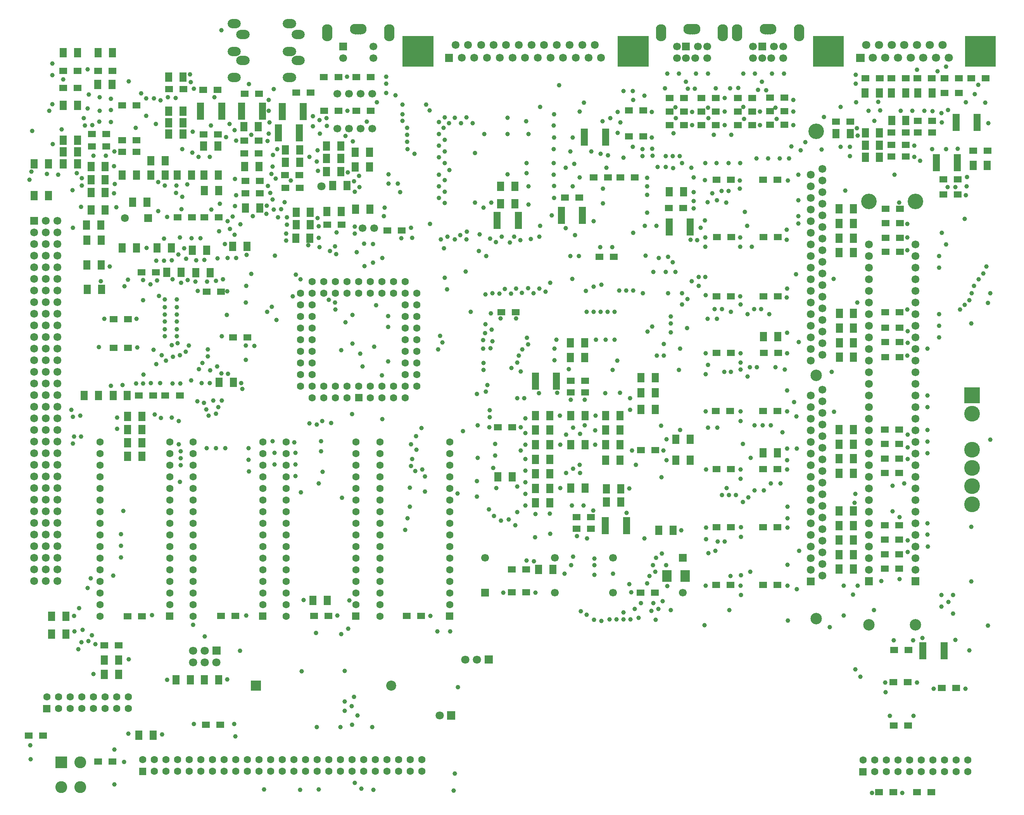
<source format=gbr>
%FSLAX34Y34*%
%MOMM*%
%LNSOLDERMASK_BOTTOM*%
G71*
G01*
%ADD10C,1.000*%
%ADD11C,1.720*%
%ADD12C,3.400*%
%ADD13C,2.500*%
%ADD14C,3.400*%
%ADD15C,2.500*%
%ADD16C,1.700*%
%ADD17C,1.800*%
%ADD18C,1.720*%
%ADD19C,2.300*%
%ADD20C,2.000*%
%ADD21C,1.600*%
%ADD22C,1.720*%
%ADD23C,3.450*%
%ADD24C,2.600*%
%ADD25C,2.200*%
%ADD26R,1.600X2.000*%
%ADD27R,1.800X1.450*%
%ADD28R,2.100X2.500*%
%ADD29R,1.500X3.700*%
%LPD*%
X1098947Y196056D02*
G54D10*
D03*
X1098947Y211534D02*
G54D10*
D03*
X2099072Y757238D02*
G54D10*
D03*
X2010172Y762397D02*
G54D10*
D03*
X150812Y762397D02*
G54D10*
D03*
X285353Y788591D02*
G54D10*
D03*
X293688Y-633412D02*
G54D10*
D03*
X314325Y-660797D02*
G54D10*
D03*
X2038350Y-559991D02*
G54D10*
D03*
X2082403Y-500459D02*
G54D10*
D03*
X1813993Y-88440D02*
G54D11*
D03*
X1813993Y-63040D02*
G54D11*
D03*
X1813993Y-37641D02*
G54D11*
D03*
X1813993Y-12240D02*
G54D11*
D03*
X1813993Y13160D02*
G54D11*
D03*
X1813993Y38560D02*
G54D11*
D03*
X1813993Y63960D02*
G54D11*
D03*
X1813993Y89360D02*
G54D11*
D03*
X1813993Y114760D02*
G54D11*
D03*
X1813993Y140160D02*
G54D11*
D03*
X1813993Y216360D02*
G54D11*
D03*
X1813993Y241760D02*
G54D11*
D03*
X1813993Y267160D02*
G54D11*
D03*
X1813993Y292560D02*
G54D11*
D03*
X1813993Y317960D02*
G54D11*
D03*
X1813993Y343360D02*
G54D11*
D03*
X1813993Y368760D02*
G54D11*
D03*
X1813993Y394160D02*
G54D11*
D03*
X1813993Y419560D02*
G54D11*
D03*
X1813993Y444960D02*
G54D11*
D03*
X1813993Y470360D02*
G54D11*
D03*
X1813993Y495760D02*
G54D11*
D03*
X1813993Y521160D02*
G54D11*
D03*
X1813993Y546560D02*
G54D11*
D03*
X1813993Y571960D02*
G54D11*
D03*
X1813993Y597360D02*
G54D11*
D03*
X1813993Y622760D02*
G54D11*
D03*
X1839393Y-75740D02*
G54D11*
D03*
X1839393Y-50340D02*
G54D11*
D03*
X1839393Y-24940D02*
G54D11*
D03*
X1839393Y460D02*
G54D11*
D03*
X1839393Y25860D02*
G54D11*
D03*
X1839393Y51260D02*
G54D11*
D03*
X1839393Y76660D02*
G54D11*
D03*
X1839393Y102060D02*
G54D11*
D03*
X1839393Y127460D02*
G54D11*
D03*
X1839393Y152860D02*
G54D11*
D03*
X1839393Y229060D02*
G54D11*
D03*
X1839393Y254460D02*
G54D11*
D03*
X1839393Y279860D02*
G54D11*
D03*
X1839393Y305260D02*
G54D11*
D03*
X1839393Y330660D02*
G54D11*
D03*
X1839393Y356060D02*
G54D11*
D03*
X1839393Y381460D02*
G54D11*
D03*
X1839393Y406860D02*
G54D11*
D03*
X1839393Y432260D02*
G54D11*
D03*
X1839393Y457660D02*
G54D11*
D03*
X1839393Y483060D02*
G54D11*
D03*
X1839393Y508460D02*
G54D11*
D03*
X1839393Y533860D02*
G54D11*
D03*
X1839393Y559260D02*
G54D11*
D03*
X1839393Y584660D02*
G54D11*
D03*
X1839393Y610060D02*
G54D11*
D03*
X1839393Y635460D02*
G54D11*
D03*
G36*
X1805393Y-274840D02*
X1805393Y-257640D01*
X1822593Y-257640D01*
X1822593Y-274840D01*
X1805393Y-274840D01*
G37*
X1813993Y-240840D02*
G54D11*
D03*
X1813993Y-215440D02*
G54D11*
D03*
X1813993Y-190040D02*
G54D11*
D03*
X1813993Y-164640D02*
G54D11*
D03*
X1813993Y-139240D02*
G54D11*
D03*
X1813993Y-113840D02*
G54D11*
D03*
X1839393Y-253540D02*
G54D11*
D03*
X1839393Y-228140D02*
G54D11*
D03*
X1839393Y-202740D02*
G54D11*
D03*
X1839393Y-177340D02*
G54D11*
D03*
X1839393Y-151940D02*
G54D11*
D03*
X1839393Y-126540D02*
G54D11*
D03*
X1839393Y-101140D02*
G54D11*
D03*
X1825625Y717550D02*
G54D12*
D03*
X1825625Y184150D02*
G54D13*
D03*
X1825625Y-347662D02*
G54D13*
D03*
G36*
X2033719Y-274506D02*
X2033719Y-257306D01*
X2050919Y-257306D01*
X2050919Y-274506D01*
X2033719Y-274506D01*
G37*
X2042319Y-240506D02*
G54D11*
D03*
X2042319Y-215106D02*
G54D11*
D03*
X2042319Y-189706D02*
G54D11*
D03*
X2042319Y-164306D02*
G54D11*
D03*
X2042319Y-138906D02*
G54D11*
D03*
X2042319Y-113506D02*
G54D11*
D03*
X2042319Y-88106D02*
G54D11*
D03*
X2042319Y-62706D02*
G54D11*
D03*
X2042319Y-37306D02*
G54D11*
D03*
X2042319Y-11906D02*
G54D11*
D03*
X2042319Y13494D02*
G54D11*
D03*
X2042319Y38894D02*
G54D11*
D03*
X2042319Y64294D02*
G54D11*
D03*
X2042319Y89694D02*
G54D11*
D03*
X2042319Y115094D02*
G54D11*
D03*
X2042319Y140494D02*
G54D11*
D03*
X2042319Y165894D02*
G54D11*
D03*
X2042319Y191294D02*
G54D11*
D03*
X2042319Y216694D02*
G54D11*
D03*
X2042319Y242094D02*
G54D11*
D03*
X2042319Y267494D02*
G54D11*
D03*
X2042319Y292894D02*
G54D11*
D03*
X2042319Y318294D02*
G54D11*
D03*
X2042319Y343694D02*
G54D11*
D03*
X2042319Y369094D02*
G54D11*
D03*
X2042319Y394494D02*
G54D11*
D03*
X2042319Y419894D02*
G54D11*
D03*
X2042319Y445294D02*
G54D11*
D03*
X2042319Y470694D02*
G54D11*
D03*
G36*
X1932119Y-274506D02*
X1932119Y-257306D01*
X1949319Y-257306D01*
X1949319Y-274506D01*
X1932119Y-274506D01*
G37*
X1940719Y-240506D02*
G54D11*
D03*
X1940719Y-215106D02*
G54D11*
D03*
X1940719Y-189706D02*
G54D11*
D03*
X1940719Y-164306D02*
G54D11*
D03*
X1940719Y-138906D02*
G54D11*
D03*
X1940719Y-113506D02*
G54D11*
D03*
X1940719Y-88106D02*
G54D11*
D03*
X1940719Y-62706D02*
G54D11*
D03*
X1940719Y-37306D02*
G54D11*
D03*
X1940719Y-11906D02*
G54D11*
D03*
X1940719Y13494D02*
G54D11*
D03*
X1940719Y38894D02*
G54D11*
D03*
X1940719Y64294D02*
G54D11*
D03*
X1940719Y89694D02*
G54D11*
D03*
X1940719Y115094D02*
G54D11*
D03*
X1940719Y140494D02*
G54D11*
D03*
X1940719Y165894D02*
G54D11*
D03*
X1940719Y191294D02*
G54D11*
D03*
X1940719Y216694D02*
G54D11*
D03*
X1940719Y242094D02*
G54D11*
D03*
X1940719Y267494D02*
G54D11*
D03*
X1940719Y292894D02*
G54D11*
D03*
X1940719Y318294D02*
G54D11*
D03*
X1940719Y343694D02*
G54D11*
D03*
X1940719Y369094D02*
G54D11*
D03*
X1940719Y394494D02*
G54D11*
D03*
X1940719Y419894D02*
G54D11*
D03*
X1940719Y445294D02*
G54D11*
D03*
X1940719Y470694D02*
G54D11*
D03*
X1940719Y564356D02*
G54D14*
D03*
X2042319Y564356D02*
G54D14*
D03*
X1940719Y-361156D02*
G54D15*
D03*
X2042319Y-361156D02*
G54D15*
D03*
X834800Y505600D02*
G54D16*
D03*
X860200Y505600D02*
G54D16*
D03*
G36*
X1931364Y869149D02*
X1913364Y869149D01*
X1913364Y887149D01*
X1931364Y887149D01*
X1931364Y869149D01*
G37*
X1949064Y878149D02*
G54D17*
D03*
X1976764Y878149D02*
G54D17*
D03*
X2004464Y878149D02*
G54D17*
D03*
X2032064Y878149D02*
G54D17*
D03*
X2059764Y878149D02*
G54D17*
D03*
X2087464Y878149D02*
G54D17*
D03*
X2115164Y878149D02*
G54D17*
D03*
X1935364Y906549D02*
G54D17*
D03*
X1963064Y906549D02*
G54D17*
D03*
X1990665Y906549D02*
G54D17*
D03*
X2018364Y906549D02*
G54D17*
D03*
X2046064Y906549D02*
G54D17*
D03*
X2073764Y906549D02*
G54D17*
D03*
X2101462Y906549D02*
G54D17*
D03*
G36*
X2150672Y926088D02*
X2217672Y926088D01*
X2217672Y859088D01*
X2150672Y859088D01*
X2150672Y926088D01*
G37*
G36*
X1818884Y926088D02*
X1885884Y926088D01*
X1885884Y859088D01*
X1818884Y859088D01*
X1818884Y926088D01*
G37*
G36*
X1392637Y926088D02*
X1459637Y926088D01*
X1459637Y859088D01*
X1392637Y859088D01*
X1392637Y926088D01*
G37*
G36*
X922741Y926088D02*
X989741Y926088D01*
X989741Y859088D01*
X922741Y859088D01*
X922741Y926088D01*
G37*
G36*
X1032657Y869549D02*
X1015457Y869549D01*
X1015457Y886749D01*
X1032657Y886749D01*
X1032657Y869549D01*
G37*
X1051758Y878149D02*
G54D18*
D03*
X1079358Y878149D02*
G54D18*
D03*
X1107058Y878149D02*
G54D18*
D03*
X1134758Y878149D02*
G54D18*
D03*
X1162458Y878149D02*
G54D18*
D03*
X1190158Y878149D02*
G54D18*
D03*
X1217853Y878149D02*
G54D18*
D03*
X1245554Y878149D02*
G54D18*
D03*
X1273154Y878149D02*
G54D18*
D03*
X1300854Y878149D02*
G54D18*
D03*
X1328554Y878149D02*
G54D18*
D03*
X1356254Y878149D02*
G54D18*
D03*
X1037958Y906549D02*
G54D18*
D03*
X1065658Y906549D02*
G54D18*
D03*
X1094358Y906549D02*
G54D18*
D03*
X1121058Y906549D02*
G54D18*
D03*
X1148758Y906549D02*
G54D18*
D03*
X1176458Y906549D02*
G54D18*
D03*
X1204157Y906549D02*
G54D18*
D03*
X1231754Y906549D02*
G54D18*
D03*
X1259454Y906549D02*
G54D18*
D03*
X1287154Y906549D02*
G54D18*
D03*
X1314854Y906549D02*
G54D18*
D03*
X1342554Y906549D02*
G54D18*
D03*
X1788272Y940120D02*
G54D19*
D03*
X1788272Y939120D02*
G54D19*
D03*
X1788272Y938120D02*
G54D19*
D03*
X1788272Y937120D02*
G54D19*
D03*
X1788272Y936120D02*
G54D19*
D03*
X1788272Y935120D02*
G54D19*
D03*
X1788272Y934120D02*
G54D19*
D03*
X1788272Y933120D02*
G54D19*
D03*
X1788272Y932120D02*
G54D19*
D03*
X1788272Y931120D02*
G54D19*
D03*
X1788272Y930120D02*
G54D19*
D03*
X1788272Y929120D02*
G54D19*
D03*
X1788272Y928120D02*
G54D19*
D03*
X1788272Y927120D02*
G54D19*
D03*
X1788272Y926120D02*
G54D19*
D03*
X1653336Y940120D02*
G54D19*
D03*
X1653336Y939120D02*
G54D19*
D03*
X1653336Y938120D02*
G54D19*
D03*
X1653336Y937120D02*
G54D19*
D03*
X1653336Y936120D02*
G54D19*
D03*
X1653336Y935120D02*
G54D19*
D03*
X1653336Y934120D02*
G54D19*
D03*
X1653336Y933120D02*
G54D19*
D03*
X1653336Y932120D02*
G54D19*
D03*
X1653336Y931120D02*
G54D19*
D03*
X1653336Y930120D02*
G54D19*
D03*
X1653336Y929120D02*
G54D19*
D03*
X1653336Y928120D02*
G54D19*
D03*
X1653336Y927120D02*
G54D19*
D03*
X1653336Y926120D02*
G54D19*
D03*
X1727803Y941057D02*
G54D19*
D03*
X1726804Y941057D02*
G54D19*
D03*
X1725804Y941057D02*
G54D19*
D03*
X1724804Y941057D02*
G54D19*
D03*
X1723804Y941057D02*
G54D19*
D03*
X1722804Y941057D02*
G54D19*
D03*
X1721803Y941057D02*
G54D19*
D03*
X1720803Y941057D02*
G54D19*
D03*
X1719804Y941057D02*
G54D19*
D03*
X1718804Y941057D02*
G54D19*
D03*
X1717804Y941057D02*
G54D19*
D03*
X1716804Y941057D02*
G54D19*
D03*
X1715804Y941057D02*
G54D19*
D03*
X1714803Y941057D02*
G54D19*
D03*
X1713803Y941057D02*
G54D19*
D03*
X1687878Y877763D02*
G54D16*
D03*
X1707878Y877763D02*
G54D16*
D03*
X1727878Y877763D02*
G54D16*
D03*
X1687878Y902763D02*
G54D16*
D03*
G36*
X1699378Y911263D02*
X1716378Y911263D01*
X1716378Y894263D01*
X1699378Y894263D01*
X1699378Y911263D01*
G37*
X1733878Y902763D02*
G54D16*
D03*
X1753878Y902763D02*
G54D16*
D03*
X1753878Y877763D02*
G54D16*
D03*
X1621982Y940120D02*
G54D19*
D03*
X1621982Y939120D02*
G54D19*
D03*
X1621982Y938120D02*
G54D19*
D03*
X1621982Y937120D02*
G54D19*
D03*
X1621982Y936120D02*
G54D19*
D03*
X1621982Y935120D02*
G54D19*
D03*
X1621982Y934120D02*
G54D19*
D03*
X1621982Y933120D02*
G54D19*
D03*
X1621982Y932120D02*
G54D19*
D03*
X1621982Y931120D02*
G54D19*
D03*
X1621982Y930120D02*
G54D19*
D03*
X1621982Y929120D02*
G54D19*
D03*
X1621982Y928120D02*
G54D19*
D03*
X1621982Y927120D02*
G54D19*
D03*
X1621982Y926120D02*
G54D19*
D03*
X1487045Y940120D02*
G54D19*
D03*
X1487045Y939120D02*
G54D19*
D03*
X1487045Y938120D02*
G54D19*
D03*
X1487045Y937120D02*
G54D19*
D03*
X1487045Y936120D02*
G54D19*
D03*
X1487045Y935120D02*
G54D19*
D03*
X1487045Y934120D02*
G54D19*
D03*
X1487045Y933120D02*
G54D19*
D03*
X1487045Y932120D02*
G54D19*
D03*
X1487045Y931120D02*
G54D19*
D03*
X1487045Y930120D02*
G54D19*
D03*
X1487045Y929120D02*
G54D19*
D03*
X1487045Y928120D02*
G54D19*
D03*
X1487045Y927120D02*
G54D19*
D03*
X1487045Y926120D02*
G54D19*
D03*
X1561513Y941057D02*
G54D19*
D03*
X1560514Y941057D02*
G54D19*
D03*
X1559514Y941057D02*
G54D19*
D03*
X1558514Y941057D02*
G54D19*
D03*
X1557514Y941057D02*
G54D19*
D03*
X1556514Y941057D02*
G54D19*
D03*
X1555513Y941057D02*
G54D19*
D03*
X1554513Y941057D02*
G54D19*
D03*
X1553514Y941057D02*
G54D19*
D03*
X1552514Y941057D02*
G54D19*
D03*
X1551514Y941057D02*
G54D19*
D03*
X1550514Y941057D02*
G54D19*
D03*
X1549514Y941057D02*
G54D19*
D03*
X1548513Y941057D02*
G54D19*
D03*
X1547513Y941057D02*
G54D19*
D03*
X1521588Y877763D02*
G54D16*
D03*
X1541588Y877763D02*
G54D16*
D03*
X1561588Y877763D02*
G54D16*
D03*
X1521588Y902763D02*
G54D16*
D03*
G36*
X1533088Y911263D02*
X1550088Y911263D01*
X1550088Y894263D01*
X1533088Y894263D01*
X1533088Y911263D01*
G37*
X1567588Y902763D02*
G54D16*
D03*
X1587588Y902763D02*
G54D16*
D03*
X1587588Y877763D02*
G54D16*
D03*
X893320Y940120D02*
G54D19*
D03*
X893320Y939120D02*
G54D19*
D03*
X893320Y938120D02*
G54D19*
D03*
X893320Y937120D02*
G54D19*
D03*
X893320Y936120D02*
G54D19*
D03*
X893320Y935120D02*
G54D19*
D03*
X893320Y934120D02*
G54D19*
D03*
X893320Y933120D02*
G54D19*
D03*
X893320Y932120D02*
G54D19*
D03*
X893320Y931120D02*
G54D19*
D03*
X893320Y930120D02*
G54D19*
D03*
X893320Y929120D02*
G54D19*
D03*
X893320Y928120D02*
G54D19*
D03*
X893320Y927120D02*
G54D19*
D03*
X893320Y926120D02*
G54D19*
D03*
X758382Y940120D02*
G54D19*
D03*
X758382Y939120D02*
G54D19*
D03*
X758382Y938120D02*
G54D19*
D03*
X758382Y937120D02*
G54D19*
D03*
X758382Y936120D02*
G54D19*
D03*
X758382Y935120D02*
G54D19*
D03*
X758382Y934120D02*
G54D19*
D03*
X758382Y933120D02*
G54D19*
D03*
X758382Y932120D02*
G54D19*
D03*
X758382Y931120D02*
G54D19*
D03*
X758382Y930120D02*
G54D19*
D03*
X758382Y929120D02*
G54D19*
D03*
X758382Y928120D02*
G54D19*
D03*
X758382Y927120D02*
G54D19*
D03*
X758382Y926120D02*
G54D19*
D03*
X832851Y941058D02*
G54D19*
D03*
X831851Y941058D02*
G54D19*
D03*
X830851Y941058D02*
G54D19*
D03*
X829851Y941058D02*
G54D19*
D03*
X828851Y941058D02*
G54D19*
D03*
X827851Y941058D02*
G54D19*
D03*
X826851Y941058D02*
G54D19*
D03*
X825851Y941058D02*
G54D19*
D03*
X824851Y941058D02*
G54D19*
D03*
X823851Y941058D02*
G54D19*
D03*
X822851Y941058D02*
G54D19*
D03*
X821851Y941058D02*
G54D19*
D03*
X820851Y941058D02*
G54D19*
D03*
X819851Y941058D02*
G54D19*
D03*
X818851Y941058D02*
G54D19*
D03*
X792926Y877763D02*
G54D16*
D03*
G36*
X784426Y911263D02*
X801426Y911263D01*
X801426Y894263D01*
X784426Y894263D01*
X784426Y911263D01*
G37*
X858926Y902763D02*
G54D16*
D03*
X858926Y877763D02*
G54D16*
D03*
X670951Y835271D02*
G54D20*
D03*
X671951Y835271D02*
G54D20*
D03*
X672951Y835271D02*
G54D20*
D03*
X673951Y835271D02*
G54D20*
D03*
X674951Y835271D02*
G54D20*
D03*
X675951Y835271D02*
G54D20*
D03*
X676951Y835271D02*
G54D20*
D03*
X677951Y835271D02*
G54D20*
D03*
X678951Y835271D02*
G54D20*
D03*
X679951Y835271D02*
G54D20*
D03*
X690001Y872577D02*
G54D20*
D03*
X691001Y872577D02*
G54D20*
D03*
X692001Y872577D02*
G54D20*
D03*
X693001Y872577D02*
G54D20*
D03*
X694001Y872577D02*
G54D20*
D03*
X695001Y872577D02*
G54D20*
D03*
X696001Y872577D02*
G54D20*
D03*
X697001Y872577D02*
G54D20*
D03*
X698001Y872577D02*
G54D20*
D03*
X699001Y872577D02*
G54D20*
D03*
X670951Y892421D02*
G54D20*
D03*
X671951Y892421D02*
G54D20*
D03*
X672951Y892421D02*
G54D20*
D03*
X673951Y892421D02*
G54D20*
D03*
X674951Y892421D02*
G54D20*
D03*
X675951Y892421D02*
G54D20*
D03*
X676951Y892421D02*
G54D20*
D03*
X677951Y892421D02*
G54D20*
D03*
X678951Y892421D02*
G54D20*
D03*
X679951Y892421D02*
G54D20*
D03*
X690001Y928933D02*
G54D20*
D03*
X691001Y928933D02*
G54D20*
D03*
X692001Y928933D02*
G54D20*
D03*
X693001Y928933D02*
G54D20*
D03*
X694001Y928933D02*
G54D20*
D03*
X695001Y928933D02*
G54D20*
D03*
X696001Y928933D02*
G54D20*
D03*
X697001Y928933D02*
G54D20*
D03*
X698001Y928933D02*
G54D20*
D03*
X699001Y928933D02*
G54D20*
D03*
X670951Y952746D02*
G54D20*
D03*
X671951Y952746D02*
G54D20*
D03*
X672951Y952746D02*
G54D20*
D03*
X673951Y952746D02*
G54D20*
D03*
X674951Y952746D02*
G54D20*
D03*
X675951Y952746D02*
G54D20*
D03*
X676951Y952746D02*
G54D20*
D03*
X677951Y952746D02*
G54D20*
D03*
X678951Y952746D02*
G54D20*
D03*
X679951Y952746D02*
G54D20*
D03*
X550301Y835271D02*
G54D20*
D03*
X551301Y835271D02*
G54D20*
D03*
X552301Y835271D02*
G54D20*
D03*
X553301Y835271D02*
G54D20*
D03*
X554301Y835271D02*
G54D20*
D03*
X555301Y835271D02*
G54D20*
D03*
X556301Y835271D02*
G54D20*
D03*
X557301Y835271D02*
G54D20*
D03*
X558301Y835271D02*
G54D20*
D03*
X559301Y835271D02*
G54D20*
D03*
X569351Y872577D02*
G54D20*
D03*
X570351Y872577D02*
G54D20*
D03*
X571351Y872577D02*
G54D20*
D03*
X572351Y872577D02*
G54D20*
D03*
X573351Y872577D02*
G54D20*
D03*
X574351Y872577D02*
G54D20*
D03*
X575351Y872577D02*
G54D20*
D03*
X576351Y872577D02*
G54D20*
D03*
X577351Y872577D02*
G54D20*
D03*
X578351Y872577D02*
G54D20*
D03*
X550301Y892421D02*
G54D20*
D03*
X551301Y892421D02*
G54D20*
D03*
X552301Y892421D02*
G54D20*
D03*
X553301Y892421D02*
G54D20*
D03*
X554301Y892421D02*
G54D20*
D03*
X555301Y892421D02*
G54D20*
D03*
X556301Y892421D02*
G54D20*
D03*
X557301Y892421D02*
G54D20*
D03*
X558301Y892421D02*
G54D20*
D03*
X559301Y892421D02*
G54D20*
D03*
X569351Y928933D02*
G54D20*
D03*
X570351Y928933D02*
G54D20*
D03*
X571351Y928933D02*
G54D20*
D03*
X572351Y928933D02*
G54D20*
D03*
X573351Y928933D02*
G54D20*
D03*
X574351Y928933D02*
G54D20*
D03*
X575351Y928933D02*
G54D20*
D03*
X576351Y928933D02*
G54D20*
D03*
X577351Y928933D02*
G54D20*
D03*
X578351Y928933D02*
G54D20*
D03*
X550301Y952746D02*
G54D20*
D03*
X551301Y952746D02*
G54D20*
D03*
X552301Y952746D02*
G54D20*
D03*
X553301Y952746D02*
G54D20*
D03*
X554301Y952746D02*
G54D20*
D03*
X555301Y952746D02*
G54D20*
D03*
X556301Y952746D02*
G54D20*
D03*
X557301Y952746D02*
G54D20*
D03*
X558301Y952746D02*
G54D20*
D03*
X559301Y952746D02*
G54D20*
D03*
G36*
X1017472Y-350228D02*
X1017472Y-334228D01*
X1033472Y-334228D01*
X1033472Y-350228D01*
X1017472Y-350228D01*
G37*
X1025472Y-316828D02*
G54D21*
D03*
X1025472Y-291428D02*
G54D21*
D03*
X1025472Y-266028D02*
G54D21*
D03*
X1025472Y-240628D02*
G54D21*
D03*
X1025472Y-215228D02*
G54D21*
D03*
X1025472Y-189828D02*
G54D21*
D03*
X1025472Y-164428D02*
G54D21*
D03*
X1025472Y-139028D02*
G54D21*
D03*
X1025472Y-113628D02*
G54D21*
D03*
X1025472Y-88228D02*
G54D21*
D03*
X1025472Y-62828D02*
G54D21*
D03*
X1025472Y-37428D02*
G54D21*
D03*
X1025472Y-12028D02*
G54D21*
D03*
X1025472Y13372D02*
G54D21*
D03*
X1025472Y38772D02*
G54D21*
D03*
X873072Y38772D02*
G54D21*
D03*
X873072Y13372D02*
G54D21*
D03*
X873072Y-12028D02*
G54D21*
D03*
X873072Y-37428D02*
G54D21*
D03*
X873072Y-62828D02*
G54D21*
D03*
X873072Y-88228D02*
G54D21*
D03*
X873072Y-113628D02*
G54D21*
D03*
X873072Y-139028D02*
G54D21*
D03*
X873072Y-164428D02*
G54D21*
D03*
X873072Y-189828D02*
G54D21*
D03*
X873072Y-215228D02*
G54D21*
D03*
X873072Y-240628D02*
G54D21*
D03*
X873072Y-266028D02*
G54D21*
D03*
X873072Y-291428D02*
G54D21*
D03*
X873072Y-316828D02*
G54D21*
D03*
X873072Y-342228D02*
G54D21*
D03*
G36*
X812685Y-350228D02*
X812685Y-334228D01*
X828685Y-334228D01*
X828685Y-350228D01*
X812685Y-350228D01*
G37*
X820685Y-316828D02*
G54D21*
D03*
X820685Y-291428D02*
G54D21*
D03*
X820685Y-266028D02*
G54D21*
D03*
X820685Y-240628D02*
G54D21*
D03*
X820685Y-215228D02*
G54D21*
D03*
X820685Y-189828D02*
G54D21*
D03*
X820685Y-164428D02*
G54D21*
D03*
X820685Y-139028D02*
G54D21*
D03*
X820685Y-113628D02*
G54D21*
D03*
X820685Y-88228D02*
G54D21*
D03*
X820685Y-62828D02*
G54D21*
D03*
X820685Y-37428D02*
G54D21*
D03*
X820685Y-12028D02*
G54D21*
D03*
X820685Y13372D02*
G54D21*
D03*
X820685Y38772D02*
G54D21*
D03*
X668285Y38772D02*
G54D21*
D03*
X668285Y13372D02*
G54D21*
D03*
X668285Y-12028D02*
G54D21*
D03*
X668285Y-37428D02*
G54D21*
D03*
X668285Y-62828D02*
G54D21*
D03*
X668285Y-88228D02*
G54D21*
D03*
X668285Y-113628D02*
G54D21*
D03*
X668285Y-139028D02*
G54D21*
D03*
X668285Y-164428D02*
G54D21*
D03*
X668285Y-189828D02*
G54D21*
D03*
X668285Y-215228D02*
G54D21*
D03*
X668285Y-240628D02*
G54D21*
D03*
X668285Y-266028D02*
G54D21*
D03*
X668285Y-291428D02*
G54D21*
D03*
X668285Y-316828D02*
G54D21*
D03*
X668285Y-342228D02*
G54D21*
D03*
G36*
X609485Y-350228D02*
X609485Y-334228D01*
X625485Y-334228D01*
X625485Y-350228D01*
X609485Y-350228D01*
G37*
X617485Y-316828D02*
G54D21*
D03*
X617485Y-291428D02*
G54D21*
D03*
X617485Y-266028D02*
G54D21*
D03*
X617485Y-240628D02*
G54D21*
D03*
X617485Y-215228D02*
G54D21*
D03*
X617485Y-189828D02*
G54D21*
D03*
X617485Y-164428D02*
G54D21*
D03*
X617485Y-139028D02*
G54D21*
D03*
X617485Y-113628D02*
G54D21*
D03*
X617485Y-88228D02*
G54D21*
D03*
X617485Y-62828D02*
G54D21*
D03*
X617485Y-37428D02*
G54D21*
D03*
X617485Y-12028D02*
G54D21*
D03*
X617485Y13372D02*
G54D21*
D03*
X617485Y38772D02*
G54D21*
D03*
X465086Y38772D02*
G54D21*
D03*
X465086Y13372D02*
G54D21*
D03*
X465086Y-12028D02*
G54D21*
D03*
X465086Y-37428D02*
G54D21*
D03*
X465086Y-62828D02*
G54D21*
D03*
X465086Y-88228D02*
G54D21*
D03*
X465086Y-113628D02*
G54D21*
D03*
X465086Y-139028D02*
G54D21*
D03*
X465086Y-164428D02*
G54D21*
D03*
X465086Y-189828D02*
G54D21*
D03*
X465086Y-215228D02*
G54D21*
D03*
X465086Y-240628D02*
G54D21*
D03*
X465086Y-266028D02*
G54D21*
D03*
X465086Y-291428D02*
G54D21*
D03*
X465086Y-316828D02*
G54D21*
D03*
X465086Y-342228D02*
G54D21*
D03*
G36*
X406286Y-350228D02*
X406286Y-334228D01*
X422286Y-334228D01*
X422286Y-350228D01*
X406286Y-350228D01*
G37*
X414286Y-316828D02*
G54D21*
D03*
X414286Y-291428D02*
G54D21*
D03*
X414286Y-266028D02*
G54D21*
D03*
X414286Y-240628D02*
G54D21*
D03*
X414286Y-215228D02*
G54D21*
D03*
X414286Y-189828D02*
G54D21*
D03*
X414286Y-164428D02*
G54D21*
D03*
X414286Y-139028D02*
G54D21*
D03*
X414286Y-113628D02*
G54D21*
D03*
X414286Y-88228D02*
G54D21*
D03*
X414286Y-62828D02*
G54D21*
D03*
X414286Y-37428D02*
G54D21*
D03*
X414286Y-12028D02*
G54D21*
D03*
X414286Y13372D02*
G54D21*
D03*
X414286Y38772D02*
G54D21*
D03*
X261886Y38772D02*
G54D21*
D03*
X261886Y13372D02*
G54D21*
D03*
X261886Y-12028D02*
G54D21*
D03*
X261886Y-37428D02*
G54D21*
D03*
X261886Y-62828D02*
G54D21*
D03*
X261886Y-88228D02*
G54D21*
D03*
X261886Y-113628D02*
G54D21*
D03*
X261886Y-139028D02*
G54D21*
D03*
X261886Y-164428D02*
G54D21*
D03*
X261886Y-189828D02*
G54D21*
D03*
X261886Y-215228D02*
G54D21*
D03*
X261886Y-240628D02*
G54D21*
D03*
X261886Y-266028D02*
G54D21*
D03*
X261886Y-291428D02*
G54D21*
D03*
X261886Y-316828D02*
G54D21*
D03*
X261886Y-342228D02*
G54D21*
D03*
X168672Y-214312D02*
G54D22*
D03*
X168672Y-188912D02*
G54D22*
D03*
X168672Y-163512D02*
G54D22*
D03*
X168672Y-138112D02*
G54D22*
D03*
X168672Y-112712D02*
G54D22*
D03*
X168672Y-87312D02*
G54D22*
D03*
X168672Y-61912D02*
G54D22*
D03*
X168672Y-36512D02*
G54D22*
D03*
X168672Y-11112D02*
G54D22*
D03*
X168672Y14288D02*
G54D22*
D03*
X168672Y39688D02*
G54D22*
D03*
X168672Y65088D02*
G54D22*
D03*
X168672Y90488D02*
G54D22*
D03*
X168672Y115888D02*
G54D22*
D03*
X168672Y141288D02*
G54D22*
D03*
X168672Y166688D02*
G54D22*
D03*
X168672Y192088D02*
G54D22*
D03*
X168672Y217488D02*
G54D22*
D03*
X168672Y242888D02*
G54D22*
D03*
X168672Y268288D02*
G54D22*
D03*
X168672Y293688D02*
G54D22*
D03*
X168672Y319088D02*
G54D22*
D03*
X168672Y344488D02*
G54D22*
D03*
X168672Y369888D02*
G54D22*
D03*
X168672Y395288D02*
G54D22*
D03*
X168672Y420688D02*
G54D22*
D03*
X168672Y446088D02*
G54D22*
D03*
X168672Y471488D02*
G54D22*
D03*
X168672Y496888D02*
G54D22*
D03*
X168672Y522288D02*
G54D22*
D03*
X143272Y-214312D02*
G54D22*
D03*
X143272Y-188912D02*
G54D22*
D03*
X143272Y-163512D02*
G54D22*
D03*
X143272Y-138112D02*
G54D22*
D03*
X143272Y-112712D02*
G54D22*
D03*
X143272Y-87312D02*
G54D22*
D03*
X143272Y-61912D02*
G54D22*
D03*
X143272Y-36512D02*
G54D22*
D03*
X143272Y-11112D02*
G54D22*
D03*
X143272Y14288D02*
G54D22*
D03*
X143272Y39688D02*
G54D22*
D03*
X143272Y65088D02*
G54D22*
D03*
X143272Y90488D02*
G54D22*
D03*
X143272Y115888D02*
G54D22*
D03*
X143272Y141288D02*
G54D22*
D03*
X143272Y166688D02*
G54D22*
D03*
X143272Y192088D02*
G54D22*
D03*
X143272Y217488D02*
G54D22*
D03*
X143272Y242888D02*
G54D22*
D03*
X143272Y268288D02*
G54D22*
D03*
X143272Y293688D02*
G54D22*
D03*
X143272Y319088D02*
G54D22*
D03*
X143272Y344488D02*
G54D22*
D03*
X143272Y369888D02*
G54D22*
D03*
X143272Y395288D02*
G54D22*
D03*
X143272Y420688D02*
G54D22*
D03*
X143272Y446088D02*
G54D22*
D03*
X143272Y471488D02*
G54D22*
D03*
X143272Y496888D02*
G54D22*
D03*
X143272Y522288D02*
G54D22*
D03*
X117872Y-214312D02*
G54D22*
D03*
X117872Y-188912D02*
G54D22*
D03*
X117872Y-163512D02*
G54D22*
D03*
X117872Y-138112D02*
G54D22*
D03*
X117872Y-112712D02*
G54D22*
D03*
X117872Y-87312D02*
G54D22*
D03*
X117872Y-61912D02*
G54D22*
D03*
X117872Y-36512D02*
G54D22*
D03*
X117872Y-11112D02*
G54D22*
D03*
X117872Y14288D02*
G54D22*
D03*
X117872Y39688D02*
G54D22*
D03*
X117872Y65088D02*
G54D22*
D03*
X117872Y90488D02*
G54D22*
D03*
X117872Y115888D02*
G54D22*
D03*
X117872Y141288D02*
G54D22*
D03*
X117872Y166688D02*
G54D22*
D03*
X117872Y192088D02*
G54D22*
D03*
X117872Y217488D02*
G54D22*
D03*
X117872Y242888D02*
G54D22*
D03*
X117872Y268288D02*
G54D22*
D03*
X117872Y293688D02*
G54D22*
D03*
X117872Y319088D02*
G54D22*
D03*
X117872Y344488D02*
G54D22*
D03*
X117872Y369888D02*
G54D22*
D03*
X117872Y395288D02*
G54D22*
D03*
X117872Y420688D02*
G54D22*
D03*
X117872Y446088D02*
G54D22*
D03*
X117872Y471488D02*
G54D22*
D03*
X117872Y496888D02*
G54D22*
D03*
G36*
X109272Y513688D02*
X109272Y530888D01*
X126472Y530888D01*
X126472Y513688D01*
X109272Y513688D01*
G37*
X168672Y-265112D02*
G54D22*
D03*
X168672Y-239712D02*
G54D22*
D03*
X143272Y-265112D02*
G54D22*
D03*
X143272Y-239712D02*
G54D22*
D03*
X117872Y-265112D02*
G54D22*
D03*
X117872Y-239712D02*
G54D22*
D03*
G36*
X347092Y-673400D02*
X363092Y-673400D01*
X363092Y-689400D01*
X347092Y-689400D01*
X347092Y-673400D01*
G37*
X355092Y-656000D02*
G54D21*
D03*
X380492Y-681400D02*
G54D21*
D03*
X380492Y-656000D02*
G54D21*
D03*
X405892Y-681400D02*
G54D21*
D03*
X405892Y-656000D02*
G54D21*
D03*
X431292Y-681400D02*
G54D21*
D03*
X431292Y-656000D02*
G54D21*
D03*
X456692Y-681400D02*
G54D21*
D03*
X456692Y-656000D02*
G54D21*
D03*
X482092Y-681400D02*
G54D21*
D03*
X482092Y-656000D02*
G54D21*
D03*
X507491Y-681400D02*
G54D21*
D03*
X507492Y-656000D02*
G54D21*
D03*
X532892Y-681400D02*
G54D21*
D03*
X532892Y-656000D02*
G54D21*
D03*
X558292Y-681400D02*
G54D21*
D03*
X558292Y-656000D02*
G54D21*
D03*
X583692Y-681400D02*
G54D21*
D03*
X583692Y-656000D02*
G54D21*
D03*
X609092Y-681400D02*
G54D21*
D03*
X609092Y-656000D02*
G54D21*
D03*
X634492Y-681400D02*
G54D21*
D03*
X634492Y-656000D02*
G54D21*
D03*
X659892Y-681400D02*
G54D21*
D03*
X659892Y-656000D02*
G54D21*
D03*
X685292Y-681400D02*
G54D21*
D03*
X685292Y-656000D02*
G54D21*
D03*
X710692Y-681400D02*
G54D21*
D03*
X710692Y-656000D02*
G54D21*
D03*
X736092Y-681400D02*
G54D21*
D03*
X736092Y-656000D02*
G54D21*
D03*
X761493Y-681400D02*
G54D21*
D03*
X761493Y-656000D02*
G54D21*
D03*
X786893Y-681400D02*
G54D21*
D03*
X786893Y-656000D02*
G54D21*
D03*
X812293Y-681400D02*
G54D21*
D03*
X812293Y-656000D02*
G54D21*
D03*
X837694Y-681400D02*
G54D21*
D03*
X837694Y-656000D02*
G54D21*
D03*
X863094Y-681400D02*
G54D21*
D03*
X863094Y-656000D02*
G54D21*
D03*
X888494Y-681400D02*
G54D21*
D03*
X888494Y-656000D02*
G54D21*
D03*
X913894Y-681400D02*
G54D21*
D03*
X913894Y-656000D02*
G54D21*
D03*
X939294Y-681400D02*
G54D21*
D03*
X939294Y-656000D02*
G54D21*
D03*
X964694Y-681400D02*
G54D21*
D03*
X964694Y-656000D02*
G54D21*
D03*
G36*
X1919878Y-674298D02*
X1935878Y-674298D01*
X1935878Y-690298D01*
X1919878Y-690298D01*
X1919878Y-674298D01*
G37*
X1927878Y-656898D02*
G54D21*
D03*
X1953278Y-682298D02*
G54D21*
D03*
X1953278Y-656898D02*
G54D21*
D03*
X1978678Y-682298D02*
G54D21*
D03*
X1978678Y-656898D02*
G54D21*
D03*
X2004078Y-682298D02*
G54D21*
D03*
X2004078Y-656898D02*
G54D21*
D03*
X2029478Y-682298D02*
G54D21*
D03*
X2029478Y-656898D02*
G54D21*
D03*
X2054878Y-682298D02*
G54D21*
D03*
X2054878Y-656898D02*
G54D21*
D03*
X2080278Y-682298D02*
G54D21*
D03*
X2080278Y-656898D02*
G54D21*
D03*
X2105678Y-682298D02*
G54D21*
D03*
X2105678Y-656898D02*
G54D21*
D03*
X2131078Y-682298D02*
G54D21*
D03*
X2131078Y-656898D02*
G54D21*
D03*
X2156478Y-682298D02*
G54D21*
D03*
X2156478Y-656898D02*
G54D21*
D03*
G36*
X1119456Y-445960D02*
X1101456Y-445960D01*
X1101456Y-427960D01*
X1119456Y-427960D01*
X1119456Y-445960D01*
G37*
X1085056Y-436960D02*
G54D17*
D03*
X1059656Y-436960D02*
G54D17*
D03*
G36*
X1037700Y-568198D02*
X1019700Y-568198D01*
X1019700Y-550198D01*
X1037700Y-550198D01*
X1037700Y-568198D01*
G37*
X1003300Y-559198D02*
G54D17*
D03*
X2166144Y-97631D02*
G54D23*
D03*
X2166144Y-57944D02*
G54D23*
D03*
X2166144Y-18256D02*
G54D23*
D03*
X2166144Y21431D02*
G54D23*
D03*
X2166144Y100806D02*
G54D23*
D03*
G36*
X2148894Y157744D02*
X2183394Y157744D01*
X2183394Y123244D01*
X2148894Y123244D01*
X2148894Y157744D01*
G37*
G36*
X164402Y-648590D02*
X190402Y-648590D01*
X190402Y-674590D01*
X164402Y-674590D01*
X164402Y-648590D01*
G37*
X218678Y-661590D02*
G54D24*
D03*
X177403Y-715566D02*
G54D24*
D03*
X218678Y-715566D02*
G54D24*
D03*
X780257Y800100D02*
G54D16*
D03*
X805657Y800100D02*
G54D16*
D03*
X831057Y800100D02*
G54D16*
D03*
X856457Y800100D02*
G54D16*
D03*
X780257Y723900D02*
G54D16*
D03*
X805657Y723900D02*
G54D16*
D03*
X831057Y723900D02*
G54D16*
D03*
X856456Y723900D02*
G54D16*
D03*
X1102519Y-214312D02*
G54D16*
D03*
X1254919Y-214312D02*
G54D16*
D03*
X1254920Y-290512D02*
G54D16*
D03*
G36*
X1094019Y-282012D02*
X1111019Y-282012D01*
X1111019Y-299012D01*
X1094019Y-299012D01*
X1094019Y-282012D01*
G37*
X1534716Y-290512D02*
G54D16*
D03*
X1382316Y-290512D02*
G54D16*
D03*
X1382315Y-214312D02*
G54D16*
D03*
G36*
X1543216Y-222812D02*
X1526216Y-222812D01*
X1526216Y-205812D01*
X1543216Y-205812D01*
X1543216Y-222812D01*
G37*
X897731Y-494110D02*
G54D25*
D03*
G36*
X591456Y-483110D02*
X613456Y-483110D01*
X613456Y-505110D01*
X591456Y-505110D01*
X591456Y-483110D01*
G37*
G36*
X375312Y519243D02*
X358112Y519243D01*
X358112Y536443D01*
X375312Y536443D01*
X375312Y519243D01*
G37*
X315912Y527844D02*
G54D11*
D03*
G36*
X525334Y-426512D02*
X507334Y-426512D01*
X507334Y-408512D01*
X525334Y-408512D01*
X525334Y-426512D01*
G37*
X516334Y-442912D02*
G54D17*
D03*
X490934Y-417512D02*
G54D17*
D03*
X490934Y-442912D02*
G54D17*
D03*
X465534Y-417512D02*
G54D17*
D03*
X465534Y-442912D02*
G54D17*
D03*
G36*
X137852Y-536116D02*
X153852Y-536116D01*
X153852Y-552116D01*
X137852Y-552116D01*
X137852Y-536116D01*
G37*
X145852Y-518716D02*
G54D21*
D03*
X171252Y-544116D02*
G54D21*
D03*
X171252Y-518716D02*
G54D21*
D03*
X196652Y-544116D02*
G54D21*
D03*
X196652Y-518716D02*
G54D21*
D03*
X222052Y-544116D02*
G54D21*
D03*
X222052Y-518716D02*
G54D21*
D03*
X247452Y-544116D02*
G54D21*
D03*
X247452Y-518716D02*
G54D21*
D03*
X272852Y-544116D02*
G54D21*
D03*
X272852Y-518716D02*
G54D21*
D03*
X298252Y-544116D02*
G54D21*
D03*
X298252Y-518716D02*
G54D21*
D03*
X323652Y-544116D02*
G54D21*
D03*
X323652Y-518716D02*
G54D21*
D03*
X700088Y363934D02*
G54D21*
D03*
X725488Y363934D02*
G54D21*
D03*
X700088Y338534D02*
G54D21*
D03*
X725488Y338534D02*
G54D21*
D03*
X700088Y313134D02*
G54D21*
D03*
X725488Y313134D02*
G54D21*
D03*
X700088Y287734D02*
G54D21*
D03*
X725488Y287734D02*
G54D21*
D03*
X700088Y262334D02*
G54D21*
D03*
X725488Y262334D02*
G54D21*
D03*
X700088Y236934D02*
G54D21*
D03*
X725488Y236934D02*
G54D21*
D03*
X700088Y211534D02*
G54D21*
D03*
X725488Y211534D02*
G54D21*
D03*
X700088Y186134D02*
G54D21*
D03*
X725488Y186134D02*
G54D21*
D03*
X700088Y160734D02*
G54D21*
D03*
X725488Y160734D02*
G54D21*
D03*
X928688Y363934D02*
G54D21*
D03*
X954088Y363934D02*
G54D21*
D03*
X928688Y338534D02*
G54D21*
D03*
X954088Y338534D02*
G54D21*
D03*
X928688Y313134D02*
G54D21*
D03*
X954088Y313134D02*
G54D21*
D03*
X928688Y287734D02*
G54D21*
D03*
X954088Y287734D02*
G54D21*
D03*
X928688Y262334D02*
G54D21*
D03*
X954088Y262334D02*
G54D21*
D03*
X928688Y236934D02*
G54D21*
D03*
X954088Y236934D02*
G54D21*
D03*
X928688Y211534D02*
G54D21*
D03*
X954088Y211534D02*
G54D21*
D03*
X928688Y186134D02*
G54D21*
D03*
X954088Y186134D02*
G54D21*
D03*
X928688Y160734D02*
G54D21*
D03*
X954088Y160734D02*
G54D21*
D03*
X750888Y363934D02*
G54D21*
D03*
X750888Y389334D02*
G54D21*
D03*
X776288Y363934D02*
G54D21*
D03*
X776288Y389334D02*
G54D21*
D03*
X801688Y363934D02*
G54D21*
D03*
X801688Y389334D02*
G54D21*
D03*
X827088Y363934D02*
G54D21*
D03*
X827088Y389334D02*
G54D21*
D03*
X852488Y363934D02*
G54D21*
D03*
X852488Y389334D02*
G54D21*
D03*
X877888Y363934D02*
G54D21*
D03*
X877888Y389334D02*
G54D21*
D03*
X903288Y363934D02*
G54D21*
D03*
X903288Y389334D02*
G54D21*
D03*
X750888Y135334D02*
G54D21*
D03*
X750888Y160734D02*
G54D21*
D03*
X776288Y135334D02*
G54D21*
D03*
X776288Y160734D02*
G54D21*
D03*
X801688Y135334D02*
G54D21*
D03*
X801688Y160734D02*
G54D21*
D03*
G36*
X819088Y143334D02*
X835088Y143334D01*
X835088Y127334D01*
X819088Y127334D01*
X819088Y143334D01*
G37*
X827088Y160734D02*
G54D21*
D03*
X852488Y135334D02*
G54D21*
D03*
X852487Y160734D02*
G54D21*
D03*
X877887Y135334D02*
G54D21*
D03*
X877887Y160734D02*
G54D21*
D03*
X903288Y135334D02*
G54D21*
D03*
X903288Y160734D02*
G54D21*
D03*
X725488Y389334D02*
G54D21*
D03*
X725488Y135334D02*
G54D21*
D03*
X928688Y135334D02*
G54D21*
D03*
X928688Y389334D02*
G54D21*
D03*
X1965722Y763191D02*
G54D10*
D03*
X1940322Y762794D02*
G54D10*
D03*
X1960959Y782241D02*
G54D10*
D03*
X1953022Y740172D02*
G54D10*
D03*
X1914922Y724694D02*
G54D10*
D03*
X1912938Y781050D02*
G54D10*
D03*
X1878806Y770731D02*
G54D10*
D03*
X1912144Y821531D02*
G54D10*
D03*
X2035969Y762794D02*
G54D10*
D03*
X2061766Y762794D02*
G54D10*
D03*
X2079625Y761603D02*
G54D10*
D03*
X2113360Y763984D02*
G54D10*
D03*
X2099866Y736997D02*
G54D10*
D03*
X2046288Y852488D02*
G54D10*
D03*
X2091134Y848519D02*
G54D10*
D03*
X2108994Y858838D02*
G54D10*
D03*
X2179637Y819150D02*
G54D10*
D03*
X2171700Y799306D02*
G54D10*
D03*
X2194719Y780256D02*
G54D10*
D03*
X2152650Y781447D02*
G54D10*
D03*
X2201465Y735409D02*
G54D10*
D03*
X2052637Y653256D02*
G54D10*
D03*
X2039937Y661591D02*
G54D10*
D03*
X2040334Y686594D02*
G54D10*
D03*
X2108994Y679053D02*
G54D10*
D03*
X2134394Y679847D02*
G54D10*
D03*
X2078831Y678259D02*
G54D10*
D03*
X1916112Y708422D02*
G54D10*
D03*
X1899444Y683816D02*
G54D10*
D03*
X1879203Y683816D02*
G54D10*
D03*
X1899444Y663575D02*
G54D10*
D03*
X1837928Y677862D02*
G54D10*
D03*
X1802209Y694134D02*
G54D10*
D03*
X1791891Y676275D02*
G54D10*
D03*
X1766094Y658416D02*
G54D10*
D03*
X1771650Y684212D02*
G54D10*
D03*
X1775619Y731441D02*
G54D10*
D03*
X1775619Y761206D02*
G54D10*
D03*
X1842691Y748903D02*
G54D10*
D03*
X1912144Y841375D02*
G54D10*
D03*
X1997075Y623094D02*
G54D10*
D03*
X2006600Y561975D02*
G54D10*
D03*
X2024856Y515144D02*
G54D10*
D03*
X2024856Y485775D02*
G54D10*
D03*
X2024856Y457994D02*
G54D10*
D03*
X2094309Y419497D02*
G54D10*
D03*
X2094309Y444897D02*
G54D10*
D03*
X2108994Y470297D02*
G54D10*
D03*
X2100262Y495697D02*
G54D10*
D03*
X2150269Y526256D02*
G54D10*
D03*
X2152650Y578247D02*
G54D10*
D03*
X2112962Y596106D02*
G54D10*
D03*
X2129631Y596106D02*
G54D10*
D03*
X2153840Y597297D02*
G54D10*
D03*
X2155428Y617934D02*
G54D10*
D03*
X2201069Y342900D02*
G54D10*
D03*
X2205831Y363538D02*
G54D10*
D03*
X2197100Y422275D02*
G54D10*
D03*
X2190750Y406797D02*
G54D10*
D03*
X2180431Y394494D02*
G54D10*
D03*
X2170510Y380206D02*
G54D10*
D03*
X2165350Y363538D02*
G54D10*
D03*
X2160190Y348456D02*
G54D10*
D03*
X2149872Y338138D02*
G54D10*
D03*
X2139950Y327819D02*
G54D10*
D03*
X2164160Y297656D02*
G54D10*
D03*
X2093912Y318294D02*
G54D10*
D03*
X2093912Y292497D02*
G54D10*
D03*
X2094309Y267494D02*
G54D10*
D03*
X2068909Y242491D02*
G54D10*
D03*
X2024856Y227409D02*
G54D10*
D03*
X2025253Y255191D02*
G54D10*
D03*
X2025253Y280591D02*
G54D10*
D03*
X2024856Y328216D02*
G54D10*
D03*
X1915319Y343694D02*
G54D10*
D03*
X1889522Y587772D02*
G54D10*
D03*
X1864122Y394891D02*
G54D10*
D03*
X1781969Y404812D02*
G54D10*
D03*
X1787525Y257175D02*
G54D10*
D03*
X1762125Y232172D02*
G54D10*
D03*
X1762125Y277416D02*
G54D10*
D03*
X1859359Y191690D02*
G54D10*
D03*
X1864519Y104775D02*
G54D10*
D03*
X1783159Y24210D02*
G54D10*
D03*
X1782762Y94853D02*
G54D10*
D03*
X1777603Y125412D02*
G54D10*
D03*
X1762522Y105172D02*
G54D10*
D03*
X1762522Y150813D02*
G54D10*
D03*
X1909763Y-94059D02*
G54D10*
D03*
X1910953Y-75010D02*
G54D10*
D03*
X2007394Y-125809D02*
G54D10*
D03*
X1992312Y-112712D02*
G54D10*
D03*
X2068512Y-138906D02*
G54D10*
D03*
X2068909Y-163910D02*
G54D10*
D03*
X1992312Y-57150D02*
G54D10*
D03*
X2017713Y-52387D02*
G54D10*
D03*
X2025253Y1191D02*
G54D10*
D03*
X2068909Y13890D02*
G54D10*
D03*
X2068909Y39290D02*
G54D10*
D03*
X2025253Y26591D02*
G54D10*
D03*
X2025253Y54372D02*
G54D10*
D03*
X2068512Y115094D02*
G54D10*
D03*
X2068512Y140494D02*
G54D10*
D03*
X2025253Y-176609D02*
G54D10*
D03*
X2025253Y-202009D02*
G54D10*
D03*
X2069306Y-189706D02*
G54D10*
D03*
X2164160Y-147240D02*
G54D10*
D03*
X2164556Y-265906D02*
G54D10*
D03*
X2099469Y-321072D02*
G54D10*
D03*
X2114550Y-311150D02*
G54D10*
D03*
X2124869Y-296069D02*
G54D10*
D03*
X2099469Y-295672D02*
G54D10*
D03*
X2124869Y-336550D02*
G54D10*
D03*
X2201069Y-362744D02*
G54D10*
D03*
X2130028Y-394097D02*
G54D10*
D03*
X2160587Y-416719D02*
G54D10*
D03*
X2151856Y-500459D02*
G54D10*
D03*
X1986756Y-559594D02*
G54D10*
D03*
X2045494Y-486966D02*
G54D10*
D03*
X1977628Y-508397D02*
G54D10*
D03*
X1976834Y-487363D02*
G54D10*
D03*
X1922066Y-474662D02*
G54D10*
D03*
X1910953Y-458390D02*
G54D10*
D03*
X2057797Y-390128D02*
G54D10*
D03*
X2037159Y-394891D02*
G54D10*
D03*
X1995091Y-394891D02*
G54D10*
D03*
X1952228Y-328612D02*
G54D10*
D03*
X1906191Y-295275D02*
G54D10*
D03*
X1916112Y-275431D02*
G54D10*
D03*
X1885553Y-275431D02*
G54D10*
D03*
X1967706Y-265510D02*
G54D10*
D03*
X2007394Y-260747D02*
G54D10*
D03*
X1702991Y731044D02*
G54D10*
D03*
X1702991Y760413D02*
G54D10*
D03*
X1640284Y709613D02*
G54D10*
D03*
X1668066Y744934D02*
G54D10*
D03*
X1739503Y744934D02*
G54D10*
D03*
X1736725Y769144D02*
G54D10*
D03*
X1666478Y770731D02*
G54D10*
D03*
X1655366Y812403D02*
G54D10*
D03*
X1637903Y811212D02*
G54D10*
D03*
X1606153Y811212D02*
G54D10*
D03*
X1698625Y808434D02*
G54D10*
D03*
X1716484Y807641D02*
G54D10*
D03*
X1707356Y825897D02*
G54D10*
D03*
X1729184Y843756D02*
G54D10*
D03*
X1755378Y844153D02*
G54D10*
D03*
X1692275Y844153D02*
G54D10*
D03*
X1666875Y844153D02*
G54D10*
D03*
X1775619Y786209D02*
G54D10*
D03*
X1625600Y731441D02*
G54D10*
D03*
X1625600Y760809D02*
G54D10*
D03*
X1625600Y790178D02*
G54D10*
D03*
X1746250Y658416D02*
G54D10*
D03*
X1720850Y658416D02*
G54D10*
D03*
X1695450Y658416D02*
G54D10*
D03*
X1659731Y648097D02*
G54D10*
D03*
X1634331Y648097D02*
G54D10*
D03*
X1608534Y648097D02*
G54D10*
D03*
X1787128Y516334D02*
G54D10*
D03*
X1787128Y531812D02*
G54D10*
D03*
X1787128Y567134D02*
G54D10*
D03*
X1787128Y623094D02*
G54D10*
D03*
X1764109Y610394D02*
G54D10*
D03*
X1761331Y502444D02*
G54D10*
D03*
X1761331Y480616D02*
G54D10*
D03*
X1762125Y374253D02*
G54D10*
D03*
X1761728Y354012D02*
G54D10*
D03*
X1723628Y318294D02*
G54D10*
D03*
X1705769Y328612D02*
G54D10*
D03*
X1690688Y328612D02*
G54D10*
D03*
X1675606Y318294D02*
G54D10*
D03*
X1685131Y465534D02*
G54D10*
D03*
X1659731Y465534D02*
G54D10*
D03*
X1659731Y485775D02*
G54D10*
D03*
X1675209Y511175D02*
G54D10*
D03*
X1669653Y541734D02*
G54D10*
D03*
X1659334Y592534D02*
G54D10*
D03*
X1659334Y610394D02*
G54D10*
D03*
X1634331Y587375D02*
G54D10*
D03*
X1629172Y561975D02*
G54D10*
D03*
X1618853Y587375D02*
G54D10*
D03*
X1608931Y567134D02*
G54D10*
D03*
X1598612Y582216D02*
G54D10*
D03*
X1588691Y562372D02*
G54D10*
D03*
X2068909Y64690D02*
G54D10*
D03*
X1947863Y-728662D02*
G54D10*
D03*
X2013347Y-728662D02*
G54D10*
D03*
X1885950Y-340916D02*
G54D10*
D03*
X1855391Y-366316D02*
G54D10*
D03*
X1783556Y-282972D02*
G54D10*
D03*
X1763316Y-275828D02*
G54D10*
D03*
X1762919Y-230187D02*
G54D10*
D03*
X1788319Y-199231D02*
G54D10*
D03*
X1762919Y-148431D02*
G54D10*
D03*
X1762919Y-127794D02*
G54D10*
D03*
X1762919Y-102791D02*
G54D10*
D03*
X1762522Y-21828D02*
G54D10*
D03*
X1762522Y-1190D02*
G54D10*
D03*
X1762522Y24209D02*
G54D10*
D03*
X1763712Y-351631D02*
G54D10*
D03*
X1635919Y-328612D02*
G54D10*
D03*
X1581547Y-361950D02*
G54D10*
D03*
X1661716Y-295672D02*
G54D10*
D03*
X1660922Y-275431D02*
G54D10*
D03*
X1584722Y-275431D02*
G54D10*
D03*
X1638300Y-254000D02*
G54D10*
D03*
X1661319Y-252810D02*
G54D10*
D03*
X1681559Y-245269D02*
G54D10*
D03*
X1590278Y-204390D02*
G54D10*
D03*
X1605359Y-199231D02*
G54D10*
D03*
X1610519Y-178594D02*
G54D10*
D03*
X1585119Y-173831D02*
G54D10*
D03*
X1625600Y-178990D02*
G54D10*
D03*
X1661319Y-168672D02*
G54D10*
D03*
X1666081Y-92869D02*
G54D10*
D03*
X1677591Y-82550D02*
G54D10*
D03*
X1650603Y-77390D02*
G54D10*
D03*
X1635522Y-77390D02*
G54D10*
D03*
X1620044Y-77390D02*
G54D10*
D03*
X1629966Y-62310D02*
G54D10*
D03*
X1691084Y-67469D02*
G54D10*
D03*
X1711722Y-67469D02*
G54D10*
D03*
X1726803Y-51990D02*
G54D10*
D03*
X1747441Y-51990D02*
G54D10*
D03*
X1660922Y-42069D02*
G54D10*
D03*
X1660922Y-21431D02*
G54D10*
D03*
X1585119Y-21431D02*
G54D10*
D03*
X1682353Y3969D02*
G54D10*
D03*
X1666081Y34528D02*
G54D10*
D03*
X1752203Y59531D02*
G54D10*
D03*
X1726803Y75010D02*
G54D10*
D03*
X1708547Y75010D02*
G54D10*
D03*
X1691084Y75010D02*
G54D10*
D03*
X1660525Y84534D02*
G54D10*
D03*
X1660525Y105172D02*
G54D10*
D03*
X1610122Y69850D02*
G54D10*
D03*
X1589484Y69850D02*
G54D10*
D03*
X1584325Y105172D02*
G54D10*
D03*
X1584325Y186531D02*
G54D10*
D03*
X1589484Y207169D02*
G54D10*
D03*
X1624806Y191690D02*
G54D10*
D03*
X1639888Y191690D02*
G54D10*
D03*
X1660525Y196850D02*
G54D10*
D03*
X1675606Y181769D02*
G54D10*
D03*
X1680766Y202010D02*
G54D10*
D03*
X1695847Y202010D02*
G54D10*
D03*
X1660525Y211931D02*
G54D10*
D03*
X1660525Y232569D02*
G54D10*
D03*
X1737122Y202010D02*
G54D10*
D03*
X1756966Y196850D02*
G54D10*
D03*
X1584325Y232172D02*
G54D10*
D03*
X1589088Y307975D02*
G54D10*
D03*
X1609328Y307975D02*
G54D10*
D03*
X1604169Y328612D02*
G54D10*
D03*
X1619647Y328612D02*
G54D10*
D03*
X1639888Y323453D02*
G54D10*
D03*
X1660525Y338931D02*
G54D10*
D03*
X1660128Y357188D02*
G54D10*
D03*
X1568847Y379809D02*
G54D10*
D03*
X1584325Y359172D02*
G54D10*
D03*
X1553766Y389731D02*
G54D10*
D03*
X1568847Y399653D02*
G54D10*
D03*
X1583531Y399653D02*
G54D10*
D03*
X1583531Y465534D02*
G54D10*
D03*
X1566069Y479425D02*
G54D10*
D03*
X1551384Y480219D02*
G54D10*
D03*
X1583531Y485775D02*
G54D10*
D03*
X1573609Y506413D02*
G54D10*
D03*
X1582341Y522684D02*
G54D10*
D03*
X1558528Y549275D02*
G54D10*
D03*
X1558528Y565547D02*
G54D10*
D03*
X1558528Y584597D02*
G54D10*
D03*
X1558528Y616744D02*
G54D10*
D03*
X1583134Y610791D02*
G54D10*
D03*
X1583531Y648494D02*
G54D10*
D03*
X1553369Y638175D02*
G54D10*
D03*
X1532731Y648097D02*
G54D10*
D03*
X1513681Y636984D02*
G54D10*
D03*
X1497012Y639762D02*
G54D10*
D03*
X1479153Y639366D02*
G54D10*
D03*
X1527572Y663575D02*
G54D10*
D03*
X1512491Y663575D02*
G54D10*
D03*
X1497012Y663575D02*
G54D10*
D03*
X1468041Y664369D02*
G54D10*
D03*
X1467644Y679847D02*
G54D10*
D03*
X1466453Y704056D02*
G54D10*
D03*
X1514078Y713581D02*
G54D10*
D03*
X1554559Y731441D02*
G54D10*
D03*
X1602581Y709613D02*
G54D10*
D03*
X1590675Y746125D02*
G54D10*
D03*
X1589881Y769144D02*
G54D10*
D03*
X1554559Y760016D02*
G54D10*
D03*
X1519634Y746125D02*
G54D10*
D03*
X1518444Y770334D02*
G54D10*
D03*
X1495822Y812006D02*
G54D10*
D03*
X1545431Y810816D02*
G54D10*
D03*
X1560512Y810816D02*
G54D10*
D03*
X1562894Y843756D02*
G54D10*
D03*
X1589484Y843756D02*
G54D10*
D03*
X1541462Y825897D02*
G54D10*
D03*
X1526381Y844153D02*
G54D10*
D03*
X1500584Y843756D02*
G54D10*
D03*
X1466453Y760016D02*
G54D10*
D03*
X1450975Y795734D02*
G54D10*
D03*
X1425575Y806053D02*
G54D10*
D03*
X1405334Y806053D02*
G54D10*
D03*
X1425972Y785812D02*
G54D10*
D03*
X1446212Y663575D02*
G54D10*
D03*
X1446212Y678656D02*
G54D10*
D03*
X1425575Y683816D02*
G54D10*
D03*
X1405334Y660400D02*
G54D10*
D03*
X1456531Y616347D02*
G54D10*
D03*
X1456531Y597694D02*
G54D10*
D03*
X1456531Y578644D02*
G54D10*
D03*
X1456531Y540147D02*
G54D10*
D03*
X1451769Y510778D02*
G54D10*
D03*
X1477169Y511175D02*
G54D10*
D03*
X1425972Y495697D02*
G54D10*
D03*
X2206228Y43656D02*
G54D10*
D03*
X1453356Y445691D02*
G54D10*
D03*
X1482328Y440531D02*
G54D10*
D03*
X1502569Y442912D02*
G54D10*
D03*
X1512888Y431403D02*
G54D10*
D03*
X1470025Y409972D02*
G54D10*
D03*
X1497409Y409972D02*
G54D10*
D03*
X1518047Y409972D02*
G54D10*
D03*
X1502569Y363934D02*
G54D10*
D03*
X1533128Y363934D02*
G54D10*
D03*
X1544638Y351234D02*
G54D10*
D03*
X1533128Y338931D02*
G54D10*
D03*
X1508125Y313134D02*
G54D10*
D03*
X1457325Y279797D02*
G54D10*
D03*
X1467644Y291306D02*
G54D10*
D03*
X1493044Y252412D02*
G54D10*
D03*
X1528366Y242491D02*
G54D10*
D03*
X1508125Y277812D02*
G54D10*
D03*
X1508125Y298053D02*
G54D10*
D03*
X1543447Y287734D02*
G54D10*
D03*
X1477962Y227012D02*
G54D10*
D03*
X1493044Y227012D02*
G54D10*
D03*
X1525984Y196453D02*
G54D10*
D03*
X1391444Y216694D02*
G54D10*
D03*
X1385888Y262334D02*
G54D10*
D03*
X1365647Y262334D02*
G54D10*
D03*
X1345009Y262334D02*
G54D10*
D03*
X1324372Y323453D02*
G54D10*
D03*
X1339850Y323453D02*
G54D10*
D03*
X1355328Y323453D02*
G54D10*
D03*
X1370409Y323453D02*
G54D10*
D03*
X1385888Y323453D02*
G54D10*
D03*
X1447006Y363934D02*
G54D10*
D03*
X1426369Y369491D02*
G54D10*
D03*
X1411288Y369491D02*
G54D10*
D03*
X1395809Y369491D02*
G54D10*
D03*
X1356519Y382191D02*
G54D10*
D03*
X1339850Y378222D02*
G54D10*
D03*
X1323181Y369094D02*
G54D10*
D03*
X1380331Y464344D02*
G54D10*
D03*
X1353741Y464344D02*
G54D10*
D03*
X1307703Y444897D02*
G54D10*
D03*
X1288653Y445294D02*
G54D10*
D03*
X1371203Y664766D02*
G54D10*
D03*
X1367631Y638175D02*
G54D10*
D03*
X1354931Y668338D02*
G54D10*
D03*
X1334294Y673497D02*
G54D10*
D03*
X1392238Y714375D02*
G54D10*
D03*
X1397794Y737394D02*
G54D10*
D03*
X1375966Y746125D02*
G54D10*
D03*
X1359297Y739775D02*
G54D10*
D03*
X1392634Y760016D02*
G54D10*
D03*
X1289050Y673497D02*
G54D10*
D03*
X1278731Y638175D02*
G54D10*
D03*
X1297781Y646509D02*
G54D10*
D03*
X1252934Y648494D02*
G54D10*
D03*
X1252934Y678656D02*
G54D10*
D03*
X1253331Y704056D02*
G54D10*
D03*
X1252934Y730250D02*
G54D10*
D03*
X1253728Y754856D02*
G54D10*
D03*
X1222772Y770731D02*
G54D10*
D03*
X1192212Y739775D02*
G54D10*
D03*
X1197372Y711994D02*
G54D10*
D03*
X1151731Y747316D02*
G54D10*
D03*
X1151731Y711994D02*
G54D10*
D03*
X1100931Y711994D02*
G54D10*
D03*
X1075531Y735012D02*
G54D10*
D03*
X1062434Y747712D02*
G54D10*
D03*
X1050131Y735013D02*
G54D10*
D03*
X1037034Y747316D02*
G54D10*
D03*
X1024334Y735012D02*
G54D10*
D03*
X1014809Y747712D02*
G54D10*
D03*
X1001712Y737791D02*
G54D10*
D03*
X1012428Y725091D02*
G54D10*
D03*
X1002109Y711994D02*
G54D10*
D03*
X1014809Y698897D02*
G54D10*
D03*
X1001712Y686197D02*
G54D10*
D03*
X1014809Y673894D02*
G54D10*
D03*
X1001712Y660797D02*
G54D10*
D03*
X1014412Y648097D02*
G54D10*
D03*
X1080294Y669925D02*
G54D10*
D03*
X1080691Y561975D02*
G54D10*
D03*
X1099344Y550466D02*
G54D10*
D03*
X1197372Y557212D02*
G54D10*
D03*
X1197769Y597694D02*
G54D10*
D03*
X1193403Y625872D02*
G54D10*
D03*
X1151731Y623491D02*
G54D10*
D03*
X1253331Y598091D02*
G54D10*
D03*
X1252934Y623094D02*
G54D10*
D03*
X1024731Y633016D02*
G54D10*
D03*
X1001712Y623094D02*
G54D10*
D03*
X1014809Y610791D02*
G54D10*
D03*
X1001712Y597694D02*
G54D10*
D03*
X1014412Y585391D02*
G54D10*
D03*
X1001712Y572294D02*
G54D10*
D03*
X1014413Y560784D02*
G54D10*
D03*
X1308894Y617141D02*
G54D10*
D03*
X1293812Y597694D02*
G54D10*
D03*
X1253331Y572294D02*
G54D10*
D03*
X1248172Y534194D02*
G54D10*
D03*
X1278731Y506016D02*
G54D10*
D03*
X1222772Y511175D02*
G54D10*
D03*
X1298972Y490934D02*
G54D10*
D03*
X1339850Y521494D02*
G54D10*
D03*
X1360091Y559991D02*
G54D10*
D03*
X1360091Y592534D02*
G54D10*
D03*
X1264444Y818356D02*
G54D10*
D03*
X1221581Y486966D02*
G54D10*
D03*
X1202531Y482203D02*
G54D10*
D03*
X1179909Y479425D02*
G54D10*
D03*
X1166019Y486966D02*
G54D10*
D03*
X1156891Y474266D02*
G54D10*
D03*
X1139031Y487362D02*
G54D10*
D03*
X1126331Y475456D02*
G54D10*
D03*
X1114028Y483394D02*
G54D10*
D03*
X1104900Y445294D02*
G54D10*
D03*
X1089422Y455612D02*
G54D10*
D03*
X1090612Y492125D02*
G54D10*
D03*
X1062038Y481012D02*
G54D10*
D03*
X1062831Y498475D02*
G54D10*
D03*
X1048544Y490934D02*
G54D10*
D03*
X1036241Y481012D02*
G54D10*
D03*
X1020762Y486966D02*
G54D10*
D03*
X1006078Y481012D02*
G54D10*
D03*
X1013222Y461962D02*
G54D10*
D03*
X982662Y515144D02*
G54D10*
D03*
X943372Y484981D02*
G54D10*
D03*
X919956Y483791D02*
G54D10*
D03*
X1234678Y366712D02*
G54D10*
D03*
X1244600Y386953D02*
G54D10*
D03*
X1221581Y374253D02*
G54D10*
D03*
X1208881Y363934D02*
G54D10*
D03*
X1196380Y374452D02*
G54D10*
D03*
X1183481Y364331D02*
G54D10*
D03*
X1170781Y374253D02*
G54D10*
D03*
X1159669Y362744D02*
G54D10*
D03*
X1145778Y373062D02*
G54D10*
D03*
X1134269Y362744D02*
G54D10*
D03*
X1118791Y363934D02*
G54D10*
D03*
X1103709Y361553D02*
G54D10*
D03*
X1115219Y319881D02*
G54D10*
D03*
X1103709Y295672D02*
G54D10*
D03*
X1116806Y284162D02*
G54D10*
D03*
X1102519Y276622D02*
G54D10*
D03*
X1119188Y258762D02*
G54D10*
D03*
X1098550Y261144D02*
G54D10*
D03*
X1098550Y242491D02*
G54D10*
D03*
X1114425Y243681D02*
G54D10*
D03*
X1160066Y200422D02*
G54D10*
D03*
X1180306Y192881D02*
G54D10*
D03*
X1172766Y211931D02*
G54D10*
D03*
X1176734Y227012D02*
G54D10*
D03*
X1184275Y240903D02*
G54D10*
D03*
X1196578Y251619D02*
G54D10*
D03*
X1193800Y266303D02*
G54D10*
D03*
X1254522Y217091D02*
G54D10*
D03*
X1285875Y198040D02*
G54D10*
D03*
X1254125Y242888D02*
G54D10*
D03*
X1258491Y262334D02*
G54D10*
D03*
X1293019Y394891D02*
G54D10*
D03*
X1071166Y323453D02*
G54D10*
D03*
X1060450Y411162D02*
G54D10*
D03*
X1019572Y371872D02*
G54D10*
D03*
X1014412Y397272D02*
G54D10*
D03*
X1009650Y256381D02*
G54D10*
D03*
X1004491Y270669D02*
G54D10*
D03*
X1000522Y241300D02*
G54D10*
D03*
X1108075Y162719D02*
G54D10*
D03*
X1104106Y148431D02*
G54D10*
D03*
X1085056Y143669D02*
G54D10*
D03*
X1113234Y107950D02*
G54D10*
D03*
X1113234Y92472D02*
G54D10*
D03*
X1086644Y74612D02*
G54D10*
D03*
X1112044Y71041D02*
G54D10*
D03*
X1124347Y34131D02*
G54D10*
D03*
X1124347Y8731D02*
G54D10*
D03*
X1086644Y3969D02*
G54D10*
D03*
X1054100Y62310D02*
G54D10*
D03*
X1120378Y-18256D02*
G54D10*
D03*
X1127125Y-62309D02*
G54D10*
D03*
X1085056Y-47228D02*
G54D10*
D03*
X1042988Y-73819D02*
G54D10*
D03*
X1085056Y-80566D02*
G54D10*
D03*
X1110853Y-109141D02*
G54D10*
D03*
X1122362Y-123031D02*
G54D10*
D03*
X1137444Y-132953D02*
G54D10*
D03*
X1154509Y-130572D02*
G54D10*
D03*
X1168400Y-143272D02*
G54D10*
D03*
X1211659Y-169466D02*
G54D10*
D03*
X1173162Y-114300D02*
G54D10*
D03*
X1190625Y-100410D02*
G54D10*
D03*
X1212453Y-119062D02*
G54D10*
D03*
X1244203Y-117872D02*
G54D10*
D03*
X1317625Y-100410D02*
G54D10*
D03*
X1292225Y-100410D02*
G54D10*
D03*
X1266825Y-62310D02*
G54D10*
D03*
X1190625Y-75010D02*
G54D10*
D03*
X1172766Y-58738D02*
G54D10*
D03*
X1190625Y-49610D02*
G54D10*
D03*
X1190625Y-24210D02*
G54D10*
D03*
X1191022Y1190D02*
G54D10*
D03*
X1180306Y20240D02*
G54D10*
D03*
X1190625Y32940D02*
G54D10*
D03*
X1190625Y58340D02*
G54D10*
D03*
X1180306Y70644D02*
G54D10*
D03*
X1190625Y90090D02*
G54D10*
D03*
X1172766Y134144D02*
G54D10*
D03*
X1187847Y134540D02*
G54D10*
D03*
X1220788Y145653D02*
G54D10*
D03*
X1260475Y146447D02*
G54D10*
D03*
X1266428Y96044D02*
G54D10*
D03*
X1294606Y69850D02*
G54D10*
D03*
X1320403Y74612D02*
G54D10*
D03*
X1343819Y96440D02*
G54D10*
D03*
X1343025Y64294D02*
G54D10*
D03*
X1310084Y55960D02*
G54D10*
D03*
X1343422Y32940D02*
G54D10*
D03*
X1279525Y54769D02*
G54D10*
D03*
X1267222Y32940D02*
G54D10*
D03*
X1279525Y-29369D02*
G54D10*
D03*
X1294606Y-20240D02*
G54D10*
D03*
X1309688Y-11510D02*
G54D10*
D03*
X1310084Y-28972D02*
G54D10*
D03*
X1423591Y20241D02*
G54D10*
D03*
X1419622Y109140D02*
G54D10*
D03*
X1419622Y134540D02*
G54D10*
D03*
X1397000Y146447D02*
G54D10*
D03*
X1364853Y145256D02*
G54D10*
D03*
X1487091Y73819D02*
G54D10*
D03*
X1498600Y44450D02*
G54D10*
D03*
X1528762Y64690D02*
G54D10*
D03*
X1492250Y20241D02*
G54D10*
D03*
X1498600Y-1190D02*
G54D10*
D03*
X1488281Y-38100D02*
G54D10*
D03*
X1432322Y-11510D02*
G54D10*
D03*
X1530747Y-154781D02*
G54D10*
D03*
X1488678Y-205581D02*
G54D10*
D03*
X1475978Y-214710D02*
G54D10*
D03*
X1497806Y-230981D02*
G54D10*
D03*
X1469628Y-230981D02*
G54D10*
D03*
X1474788Y-245269D02*
G54D10*
D03*
X1462088Y-254000D02*
G54D10*
D03*
X1456928Y-270272D02*
G54D10*
D03*
X1490266Y-309562D02*
G54D10*
D03*
X1508125Y-328612D02*
G54D10*
D03*
X1481534Y-326231D02*
G54D10*
D03*
X1470025Y-313531D02*
G54D10*
D03*
X1466056Y-330200D02*
G54D10*
D03*
X1438275Y-345678D02*
G54D10*
D03*
X1429147Y-326231D02*
G54D10*
D03*
X1420416Y-349250D02*
G54D10*
D03*
X1404938Y-349250D02*
G54D10*
D03*
X1404938Y-333772D02*
G54D10*
D03*
X1389856Y-349250D02*
G54D10*
D03*
X1374378Y-349250D02*
G54D10*
D03*
X1356916Y-352822D02*
G54D10*
D03*
X1340247Y-350440D02*
G54D10*
D03*
X1324769Y-338931D02*
G54D10*
D03*
X1311672Y-331390D02*
G54D10*
D03*
X1417241Y-271860D02*
G54D10*
D03*
X1381919Y-249238D02*
G54D10*
D03*
X1341041Y-230584D02*
G54D10*
D03*
X1341041Y-216297D02*
G54D10*
D03*
X1295003Y-211931D02*
G54D10*
D03*
X1291034Y-230981D02*
G54D10*
D03*
X1275953Y-249238D02*
G54D10*
D03*
X1325562Y-172244D02*
G54D10*
D03*
X1303734Y-167481D02*
G54D10*
D03*
X1244997Y-162322D02*
G54D10*
D03*
X1443038Y-313531D02*
G54D10*
D03*
X1475184Y-350441D02*
G54D10*
D03*
X1585119Y-148431D02*
G54D10*
D03*
X1381125Y196453D02*
G54D10*
D03*
X1318816Y780653D02*
G54D10*
D03*
X1308894Y760412D02*
G54D10*
D03*
X973931Y775891D02*
G54D10*
D03*
X890732Y289634D02*
G54D10*
D03*
X890984Y313730D02*
G54D10*
D03*
X813197Y316508D02*
G54D10*
D03*
X812998Y254000D02*
G54D10*
D03*
X860425Y246658D02*
G54D10*
D03*
X797719Y299839D02*
G54D10*
D03*
X890984Y214709D02*
G54D10*
D03*
X877094Y184547D02*
G54D10*
D03*
X835025Y203597D02*
G54D10*
D03*
X829866Y231378D02*
G54D10*
D03*
X788988Y239316D02*
G54D10*
D03*
X761206Y349250D02*
G54D10*
D03*
X775097Y343297D02*
G54D10*
D03*
X775494Y327819D02*
G54D10*
D03*
X865188Y337741D02*
G54D10*
D03*
X839788Y423069D02*
G54D10*
D03*
X857647Y430609D02*
G54D10*
D03*
X878284Y440531D02*
G54D10*
D03*
X857845Y470892D02*
G54D10*
D03*
X838597Y472281D02*
G54D10*
D03*
X822325Y453231D02*
G54D10*
D03*
X817959Y494109D02*
G54D10*
D03*
X818356Y509191D02*
G54D10*
D03*
X778669Y496491D02*
G54D10*
D03*
X777478Y449262D02*
G54D10*
D03*
X775097Y465931D02*
G54D10*
D03*
X763984Y455612D02*
G54D10*
D03*
X740966Y464741D02*
G54D10*
D03*
X739576Y485180D02*
G54D10*
D03*
X736997Y528241D02*
G54D10*
D03*
X670322Y529828D02*
G54D10*
D03*
X670322Y513159D02*
G54D10*
D03*
X650478Y529828D02*
G54D10*
D03*
X657622Y547688D02*
G54D10*
D03*
X664766Y562372D02*
G54D10*
D03*
X638572Y568325D02*
G54D10*
D03*
X640953Y546497D02*
G54D10*
D03*
X625475Y537369D02*
G54D10*
D03*
X625674Y555426D02*
G54D10*
D03*
X595709Y531813D02*
G54D10*
D03*
X667941Y494308D02*
G54D10*
D03*
X667941Y479028D02*
G54D10*
D03*
X716756Y468709D02*
G54D10*
D03*
X633412Y583406D02*
G54D10*
D03*
X628253Y598488D02*
G54D10*
D03*
X645120Y613966D02*
G54D10*
D03*
X678458Y609798D02*
G54D10*
D03*
X635794Y624880D02*
G54D10*
D03*
X638572Y640358D02*
G54D10*
D03*
X639167Y665559D02*
G54D10*
D03*
X648692Y678259D02*
G54D10*
D03*
X628055Y696119D02*
G54D10*
D03*
X629841Y712788D02*
G54D10*
D03*
X882055Y532011D02*
G54D10*
D03*
X917575Y584994D02*
G54D10*
D03*
X912614Y603250D02*
G54D10*
D03*
X891976Y603052D02*
G54D10*
D03*
X892175Y623292D02*
G54D10*
D03*
X948333Y668734D02*
G54D10*
D03*
X933053Y679053D02*
G54D10*
D03*
X932855Y694333D02*
G54D10*
D03*
X932855Y709612D02*
G54D10*
D03*
X932855Y725289D02*
G54D10*
D03*
X922536Y740370D02*
G54D10*
D03*
X922536Y755253D02*
G54D10*
D03*
X922734Y775891D02*
G54D10*
D03*
X907256Y796330D02*
G54D10*
D03*
X886817Y801489D02*
G54D10*
D03*
X886817Y821333D02*
G54D10*
D03*
X866378Y781050D02*
G54D10*
D03*
X886817Y836612D02*
G54D10*
D03*
X756444Y746720D02*
G54D10*
D03*
X757436Y729258D02*
G54D10*
D03*
X740767Y741759D02*
G54D10*
D03*
X727075Y728861D02*
G54D10*
D03*
X726678Y750689D02*
G54D10*
D03*
X742355Y712391D02*
G54D10*
D03*
X736997Y675878D02*
G54D10*
D03*
X719336Y661591D02*
G54D10*
D03*
X813594Y695524D02*
G54D10*
D03*
X797917Y707430D02*
G54D10*
D03*
X735608Y651470D02*
G54D10*
D03*
X738188Y631230D02*
G54D10*
D03*
X817959Y585589D02*
G54D10*
D03*
X828278Y595709D02*
G54D10*
D03*
X816570Y608608D02*
G54D10*
D03*
X827286Y620514D02*
G54D10*
D03*
X802878Y628055D02*
G54D10*
D03*
X643533Y446088D02*
G54D10*
D03*
X700088Y394097D02*
G54D10*
D03*
X689769Y404416D02*
G54D10*
D03*
X682426Y357188D02*
G54D10*
D03*
X647502Y305197D02*
G54D10*
D03*
X626864Y322858D02*
G54D10*
D03*
X636984Y334367D02*
G54D10*
D03*
X580033Y343297D02*
G54D10*
D03*
X592336Y405805D02*
G54D10*
D03*
X581025Y380206D02*
G54D10*
D03*
X963811Y69056D02*
G54D10*
D03*
X952302Y51197D02*
G54D10*
D03*
X952698Y21828D02*
G54D10*
D03*
X940991Y33338D02*
G54D10*
D03*
X943570Y1389D02*
G54D10*
D03*
X971550Y-69850D02*
G54D10*
D03*
X971550Y-36512D02*
G54D10*
D03*
X965200Y-21233D02*
G54D10*
D03*
X949920Y-24805D02*
G54D10*
D03*
X940792Y-13494D02*
G54D10*
D03*
X938411Y-61714D02*
G54D10*
D03*
X938411Y-102790D02*
G54D10*
D03*
X933053Y-127794D02*
G54D10*
D03*
X928092Y-153392D02*
G54D10*
D03*
X735409Y-584597D02*
G54D10*
D03*
X786606Y-584597D02*
G54D10*
D03*
X812006Y-579438D02*
G54D10*
D03*
X856456Y-584597D02*
G54D10*
D03*
X824309Y-559197D02*
G54D10*
D03*
X796528Y-548878D02*
G54D10*
D03*
X811609Y-538956D02*
G54D10*
D03*
X816769Y-518716D02*
G54D10*
D03*
X796528Y-528638D02*
G54D10*
D03*
X796528Y-461962D02*
G54D10*
D03*
X788591Y-381397D02*
G54D10*
D03*
X804069Y-369888D02*
G54D10*
D03*
X779859Y-340519D02*
G54D10*
D03*
X806450Y-307578D02*
G54D10*
D03*
X733822Y-378619D02*
G54D10*
D03*
X702469Y-462756D02*
G54D10*
D03*
X323850Y-599281D02*
G54D10*
D03*
X1026716Y-375444D02*
G54D10*
D03*
X998538Y-375444D02*
G54D10*
D03*
X790575Y-83344D02*
G54D10*
D03*
X739775Y-51594D02*
G54D10*
D03*
X700484Y-71834D02*
G54D10*
D03*
X747712Y-26194D02*
G54D10*
D03*
X688975Y-36116D02*
G54D10*
D03*
X688975Y-10716D02*
G54D10*
D03*
X744934Y18256D02*
G54D10*
D03*
X744934Y40084D02*
G54D10*
D03*
X688975Y14684D02*
G54D10*
D03*
X686197Y37703D02*
G54D10*
D03*
X642938Y-10716D02*
G54D10*
D03*
X642938Y14684D02*
G54D10*
D03*
X638969Y40084D02*
G54D10*
D03*
X586581Y25003D02*
G54D10*
D03*
X586581Y-397D02*
G54D10*
D03*
X586780Y-25797D02*
G54D10*
D03*
X436562Y-48816D02*
G54D10*
D03*
X437753Y-11906D02*
G54D10*
D03*
X437753Y3175D02*
G54D10*
D03*
X437753Y18653D02*
G54D10*
D03*
X433784Y33734D02*
G54D10*
D03*
X494903Y25003D02*
G54D10*
D03*
X515144Y25003D02*
G54D10*
D03*
X535781Y25003D02*
G54D10*
D03*
X878284Y88900D02*
G54D10*
D03*
X812403Y99219D02*
G54D10*
D03*
X766366Y80169D02*
G54D10*
D03*
X747316Y84138D02*
G54D10*
D03*
X735012Y76597D02*
G54D10*
D03*
X719534Y78978D02*
G54D10*
D03*
X572294Y154384D02*
G54D10*
D03*
X541734Y187325D02*
G54D10*
D03*
X526653Y188516D02*
G54D10*
D03*
X517525Y203994D02*
G54D10*
D03*
X502444Y195262D02*
G54D10*
D03*
X501253Y167084D02*
G54D10*
D03*
X483394Y167084D02*
G54D10*
D03*
X460772Y173434D02*
G54D10*
D03*
X420687Y166688D02*
G54D10*
D03*
X393303Y167084D02*
G54D10*
D03*
X478234Y197644D02*
G54D10*
D03*
X485775Y211534D02*
G54D10*
D03*
X497284Y225822D02*
G54D10*
D03*
X497284Y240903D02*
G54D10*
D03*
X580231Y249634D02*
G54D10*
D03*
X527447Y269875D02*
G54D10*
D03*
X527844Y128984D02*
G54D10*
D03*
X508794Y128984D02*
G54D10*
D03*
X488553Y123825D02*
G54D10*
D03*
X474662Y127794D02*
G54D10*
D03*
X494110Y109934D02*
G54D10*
D03*
X498872Y96044D02*
G54D10*
D03*
X515144Y100806D02*
G54D10*
D03*
X520303Y114697D02*
G54D10*
D03*
X433784Y84138D02*
G54D10*
D03*
X418703Y92075D02*
G54D10*
D03*
X394494Y90884D02*
G54D10*
D03*
X381000Y98822D02*
G54D10*
D03*
X310753Y163116D02*
G54D10*
D03*
X355600Y166688D02*
G54D10*
D03*
X340519Y166688D02*
G54D10*
D03*
X373063Y167084D02*
G54D10*
D03*
X356394Y186134D02*
G54D10*
D03*
X1209675Y-222250D02*
G54D10*
D03*
X1043781Y-497284D02*
G54D10*
D03*
X1036241Y-685800D02*
G54D10*
D03*
X1033859Y-723106D02*
G54D10*
D03*
X557212Y-604838D02*
G54D10*
D03*
X538956Y316706D02*
G54D10*
D03*
X530225Y394097D02*
G54D10*
D03*
X514747Y390525D02*
G54D10*
D03*
X495697Y389334D02*
G54D10*
D03*
X470297Y388937D02*
G54D10*
D03*
X453628Y392906D02*
G54D10*
D03*
X438547Y386953D02*
G54D10*
D03*
X420687Y394097D02*
G54D10*
D03*
X386159Y391716D02*
G54D10*
D03*
X371674Y383381D02*
G54D10*
D03*
X356195Y392311D02*
G54D10*
D03*
X323056Y393105D02*
G54D10*
D03*
X315317Y379214D02*
G54D10*
D03*
X401240Y482798D02*
G54D10*
D03*
X435967Y485576D02*
G54D10*
D03*
X461367Y484188D02*
G54D10*
D03*
X481608Y484188D02*
G54D10*
D03*
X450255Y438745D02*
G54D10*
D03*
X433388Y448667D02*
G54D10*
D03*
X401637Y434975D02*
G54D10*
D03*
X489545Y436166D02*
G54D10*
D03*
X518517Y440134D02*
G54D10*
D03*
X540544Y441126D02*
G54D10*
D03*
X559395Y441126D02*
G54D10*
D03*
X384969Y435173D02*
G54D10*
D03*
X390525Y357584D02*
G54D10*
D03*
X403026Y349845D02*
G54D10*
D03*
X356195Y348258D02*
G54D10*
D03*
X403026Y333176D02*
G54D10*
D03*
X429816Y333375D02*
G54D10*
D03*
X429617Y349845D02*
G54D10*
D03*
X403026Y316905D02*
G54D10*
D03*
X429816Y316905D02*
G54D10*
D03*
X403225Y301625D02*
G54D10*
D03*
X429816Y301625D02*
G54D10*
D03*
X403026Y284758D02*
G54D10*
D03*
X429816Y284758D02*
G54D10*
D03*
X403225Y269676D02*
G54D10*
D03*
X429816Y269676D02*
G54D10*
D03*
X418306Y250230D02*
G54D10*
D03*
X431006Y254595D02*
G54D10*
D03*
X456010Y249634D02*
G54D10*
D03*
X449064Y235942D02*
G54D10*
D03*
X436364Y228203D02*
G54D10*
D03*
X421084Y224433D02*
G54D10*
D03*
X405805Y216694D02*
G54D10*
D03*
X396875Y228203D02*
G54D10*
D03*
X379214Y239712D02*
G54D10*
D03*
X384969Y208558D02*
G54D10*
D03*
X271066Y307975D02*
G54D10*
D03*
X202406Y93266D02*
G54D10*
D03*
X219075Y96044D02*
G54D10*
D03*
X199628Y108744D02*
G54D10*
D03*
X202605Y35520D02*
G54D10*
D03*
X205184Y50602D02*
G54D10*
D03*
X220464Y50602D02*
G54D10*
D03*
X490538Y-386754D02*
G54D10*
D03*
X464939Y-360958D02*
G54D10*
D03*
X214710Y-414338D02*
G54D10*
D03*
X221655Y-399256D02*
G54D10*
D03*
X236339Y-396478D02*
G54D10*
D03*
X244078Y-383580D02*
G54D10*
D03*
X223639Y-372269D02*
G54D10*
D03*
X251619Y-403622D02*
G54D10*
D03*
X205978Y-375642D02*
G54D10*
D03*
X375047Y-340122D02*
G54D10*
D03*
X580827Y-340320D02*
G54D10*
D03*
X216098Y-324842D02*
G54D10*
D03*
X554831Y-577850D02*
G54D10*
D03*
X466527Y-577850D02*
G54D10*
D03*
X293489Y-710010D02*
G54D10*
D03*
X109934Y-624483D02*
G54D10*
D03*
X110133Y-654645D02*
G54D10*
D03*
X235148Y-280988D02*
G54D10*
D03*
X241498Y-259358D02*
G54D10*
D03*
X291108Y-253206D02*
G54D10*
D03*
X307578Y-213717D02*
G54D10*
D03*
X307578Y-188119D02*
G54D10*
D03*
X307578Y-162719D02*
G54D10*
D03*
X312340Y-112117D02*
G54D10*
D03*
X521494Y499467D02*
G54D10*
D03*
X545703Y504428D02*
G54D10*
D03*
X568325Y514747D02*
G54D10*
D03*
X540147Y521097D02*
G54D10*
D03*
X551656Y531416D02*
G54D10*
D03*
X582414Y447278D02*
G54D10*
D03*
X556816Y554236D02*
G54D10*
D03*
X523478Y559395D02*
G54D10*
D03*
X504825Y546497D02*
G54D10*
D03*
X559395Y578247D02*
G54D10*
D03*
X556617Y613569D02*
G54D10*
D03*
X501848Y661988D02*
G54D10*
D03*
X476845Y661789D02*
G54D10*
D03*
X463748Y670719D02*
G54D10*
D03*
X441325Y678656D02*
G54D10*
D03*
X463947Y716756D02*
G54D10*
D03*
X537369Y705247D02*
G54D10*
D03*
X555625Y720328D02*
G54D10*
D03*
X592534Y710406D02*
G54D10*
D03*
X631825Y736997D02*
G54D10*
D03*
X630634Y762794D02*
G54D10*
D03*
X630634Y786606D02*
G54D10*
D03*
X640953Y809625D02*
G54D10*
D03*
X511969Y791766D02*
G54D10*
D03*
X458788Y842169D02*
G54D10*
D03*
X427038Y790575D02*
G54D10*
D03*
X410369Y791964D02*
G54D10*
D03*
X393700Y785217D02*
G54D10*
D03*
X379810Y789384D02*
G54D10*
D03*
X362545Y789384D02*
G54D10*
D03*
X351631Y800894D02*
G54D10*
D03*
X324247Y826889D02*
G54D10*
D03*
X362347Y751086D02*
G54D10*
D03*
X339527Y725289D02*
G54D10*
D03*
X285948Y738188D02*
G54D10*
D03*
X285750Y763786D02*
G54D10*
D03*
X260747Y791766D02*
G54D10*
D03*
X237331Y798314D02*
G54D10*
D03*
X234752Y767358D02*
G54D10*
D03*
X260747Y762794D02*
G54D10*
D03*
X260350Y738386D02*
G54D10*
D03*
X244872Y730845D02*
G54D10*
D03*
X229195Y730448D02*
G54D10*
D03*
X226020Y746125D02*
G54D10*
D03*
X158155Y776684D02*
G54D10*
D03*
X158155Y839986D02*
G54D10*
D03*
X158155Y865584D02*
G54D10*
D03*
X234752Y852686D02*
G54D10*
D03*
X504428Y730647D02*
G54D10*
D03*
X544512Y733425D02*
G54D10*
D03*
X452636Y601266D02*
G54D10*
D03*
X428625Y599281D02*
G54D10*
D03*
X403026Y598884D02*
G54D10*
D03*
X388739Y606425D02*
G54D10*
D03*
X428228Y583406D02*
G54D10*
D03*
X441126Y574675D02*
G54D10*
D03*
X388739Y542925D02*
G54D10*
D03*
X439738Y547688D02*
G54D10*
D03*
X297458Y551855D02*
G54D10*
D03*
X292497Y582216D02*
G54D10*
D03*
X293886Y602655D02*
G54D10*
D03*
X222448Y598884D02*
G54D10*
D03*
X222052Y615355D02*
G54D10*
D03*
X201811Y588764D02*
G54D10*
D03*
X220861Y552450D02*
G54D10*
D03*
X145852Y624284D02*
G54D10*
D03*
X112514Y629444D02*
G54D10*
D03*
X107752Y611584D02*
G54D10*
D03*
X158353Y689967D02*
G54D10*
D03*
X113705Y718542D02*
G54D10*
D03*
X274638Y664567D02*
G54D10*
D03*
X247650Y664567D02*
G54D10*
D03*
X292497Y641548D02*
G54D10*
D03*
X555625Y491728D02*
G54D10*
D03*
X1142603Y-290910D02*
G54D10*
D03*
X1341041Y-251619D02*
G54D10*
D03*
X832644Y-719138D02*
G54D10*
D03*
X858441Y-721916D02*
G54D10*
D03*
X818356Y-706438D02*
G54D10*
D03*
X739775Y-721122D02*
G54D10*
D03*
X698897Y-721519D02*
G54D10*
D03*
X619919Y-721122D02*
G54D10*
D03*
X580231Y217884D02*
G54D10*
D03*
X981472Y763191D02*
G54D10*
D03*
X1500584Y-276622D02*
G54D10*
D03*
X181858Y889334D02*
G54D26*
D03*
X213033Y889334D02*
G54D26*
D03*
X257880Y889334D02*
G54D26*
D03*
X289055Y889334D02*
G54D26*
D03*
X181372Y850106D02*
G54D27*
D03*
X212726Y850106D02*
G54D27*
D03*
X181372Y812403D02*
G54D27*
D03*
X212726Y812403D02*
G54D27*
D03*
X257969Y850106D02*
G54D27*
D03*
X289322Y850106D02*
G54D27*
D03*
X257176Y819943D02*
G54D26*
D03*
X288350Y819943D02*
G54D26*
D03*
X181372Y774303D02*
G54D26*
D03*
X212547Y774303D02*
G54D26*
D03*
X411560Y835818D02*
G54D26*
D03*
X442735Y835818D02*
G54D26*
D03*
X412750Y809625D02*
G54D27*
D03*
X444104Y809625D02*
G54D27*
D03*
X486966Y808037D02*
G54D27*
D03*
X518319Y808037D02*
G54D27*
D03*
X309960Y774303D02*
G54D27*
D03*
X341313Y774303D02*
G54D27*
D03*
X181769Y698500D02*
G54D26*
D03*
X212944Y698500D02*
G54D26*
D03*
X181769Y672703D02*
G54D26*
D03*
X212944Y672703D02*
G54D26*
D03*
X181769Y646906D02*
G54D26*
D03*
X212944Y646906D02*
G54D26*
D03*
X118269Y646906D02*
G54D26*
D03*
X149444Y646906D02*
G54D26*
D03*
X117872Y577453D02*
G54D26*
D03*
X149047Y577453D02*
G54D26*
D03*
X242094Y640556D02*
G54D26*
D03*
X273269Y640556D02*
G54D26*
D03*
X242094Y611981D02*
G54D26*
D03*
X273269Y611981D02*
G54D26*
D03*
X242094Y583803D02*
G54D26*
D03*
X273269Y583803D02*
G54D26*
D03*
X242094Y546100D02*
G54D26*
D03*
X273269Y546100D02*
G54D26*
D03*
X309960Y622300D02*
G54D26*
D03*
X341135Y622300D02*
G54D26*
D03*
X232172Y512762D02*
G54D26*
D03*
X263347Y512762D02*
G54D26*
D03*
X233363Y479822D02*
G54D26*
D03*
X264538Y479822D02*
G54D26*
D03*
X244476Y711993D02*
G54D27*
D03*
X275828Y711993D02*
G54D27*
D03*
X244476Y684609D02*
G54D27*
D03*
X275828Y684609D02*
G54D27*
D03*
X310158Y698500D02*
G54D27*
D03*
X341511Y698500D02*
G54D27*
D03*
X310158Y672703D02*
G54D27*
D03*
X341511Y672703D02*
G54D27*
D03*
X373282Y622300D02*
G54D26*
D03*
X404456Y622300D02*
G54D26*
D03*
X430650Y622300D02*
G54D26*
D03*
X461826Y622300D02*
G54D26*
D03*
X373282Y652859D02*
G54D26*
D03*
X404456Y652859D02*
G54D26*
D03*
X411778Y711596D02*
G54D26*
D03*
X442954Y711596D02*
G54D26*
D03*
X411778Y736600D02*
G54D26*
D03*
X442954Y736600D02*
G54D26*
D03*
X411778Y762000D02*
G54D26*
D03*
X442954Y762000D02*
G54D26*
D03*
X577850Y800100D02*
G54D27*
D03*
X609203Y800100D02*
G54D27*
D03*
X690563Y802481D02*
G54D27*
D03*
X721916Y802481D02*
G54D27*
D03*
X488156Y711200D02*
G54D27*
D03*
X519510Y711200D02*
G54D27*
D03*
X488376Y685800D02*
G54D26*
D03*
X519550Y685800D02*
G54D26*
D03*
X576482Y727868D02*
G54D26*
D03*
X607657Y727868D02*
G54D26*
D03*
X576660Y697309D02*
G54D27*
D03*
X608013Y697309D02*
G54D27*
D03*
X576660Y669528D02*
G54D27*
D03*
X608013Y669528D02*
G54D27*
D03*
X577672Y640953D02*
G54D26*
D03*
X608847Y640953D02*
G54D26*
D03*
X488772Y622300D02*
G54D26*
D03*
X519947Y622300D02*
G54D26*
D03*
X489566Y588168D02*
G54D26*
D03*
X520741Y588168D02*
G54D26*
D03*
X332978Y562372D02*
G54D26*
D03*
X364154Y562372D02*
G54D26*
D03*
X431602Y529828D02*
G54D27*
D03*
X462955Y529828D02*
G54D27*
D03*
X489942Y529828D02*
G54D27*
D03*
X521296Y529828D02*
G54D27*
D03*
X579041Y609600D02*
G54D27*
D03*
X610394Y609600D02*
G54D27*
D03*
X579041Y581818D02*
G54D27*
D03*
X610394Y581818D02*
G54D27*
D03*
X579260Y550068D02*
G54D26*
D03*
X610435Y550068D02*
G54D26*
D03*
X233363Y425450D02*
G54D26*
D03*
X264538Y425450D02*
G54D26*
D03*
X233760Y372268D02*
G54D26*
D03*
X264935Y372268D02*
G54D26*
D03*
X309960Y462359D02*
G54D26*
D03*
X341135Y462359D02*
G54D26*
D03*
X386160Y462756D02*
G54D26*
D03*
X417335Y462756D02*
G54D26*
D03*
X352624Y409575D02*
G54D27*
D03*
X383977Y409575D02*
G54D27*
D03*
X407988Y409178D02*
G54D26*
D03*
X439163Y409178D02*
G54D26*
D03*
X463550Y457596D02*
G54D26*
D03*
X494726Y457596D02*
G54D26*
D03*
X551657Y465931D02*
G54D26*
D03*
X582832Y465931D02*
G54D26*
D03*
X666969Y676672D02*
G54D26*
D03*
X698144Y676672D02*
G54D26*
D03*
X666969Y650081D02*
G54D26*
D03*
X698144Y650081D02*
G54D26*
D03*
X665956Y622300D02*
G54D27*
D03*
X697310Y622300D02*
G54D27*
D03*
X666353Y593725D02*
G54D27*
D03*
X697706Y593725D02*
G54D27*
D03*
X689988Y540940D02*
G54D26*
D03*
X721163Y540940D02*
G54D26*
D03*
X689988Y513159D02*
G54D26*
D03*
X721163Y513159D02*
G54D26*
D03*
X689194Y484187D02*
G54D26*
D03*
X720369Y484187D02*
G54D26*
D03*
X756266Y685800D02*
G54D26*
D03*
X787441Y685800D02*
G54D26*
D03*
X756266Y658018D02*
G54D26*
D03*
X787441Y658018D02*
G54D26*
D03*
X756266Y629840D02*
G54D26*
D03*
X787441Y629840D02*
G54D26*
D03*
X770157Y598884D02*
G54D26*
D03*
X801332Y598884D02*
G54D26*
D03*
X819369Y671512D02*
G54D26*
D03*
X850544Y671512D02*
G54D26*
D03*
X819369Y639762D02*
G54D26*
D03*
X850544Y639762D02*
G54D26*
D03*
X819766Y547687D02*
G54D26*
D03*
X850941Y547687D02*
G54D26*
D03*
X757060Y542131D02*
G54D26*
D03*
X788235Y542131D02*
G54D26*
D03*
X758032Y513159D02*
G54D27*
D03*
X789384Y513159D02*
G54D27*
D03*
X889000Y500856D02*
G54D27*
D03*
X920353Y500856D02*
G54D27*
D03*
X751285Y762793D02*
G54D27*
D03*
X782638Y762793D02*
G54D27*
D03*
X821928Y762793D02*
G54D27*
D03*
X853281Y762793D02*
G54D27*
D03*
X750888Y835818D02*
G54D27*
D03*
X782241Y835818D02*
G54D27*
D03*
X821531Y835818D02*
G54D27*
D03*
X852884Y835818D02*
G54D27*
D03*
X471091Y408781D02*
G54D26*
D03*
X502266Y408781D02*
G54D26*
D03*
X494705Y367506D02*
G54D27*
D03*
X526058Y367506D02*
G54D27*
D03*
X291505Y307181D02*
G54D27*
D03*
X322858Y307181D02*
G54D27*
D03*
X291505Y244078D02*
G54D27*
D03*
X322858Y244078D02*
G54D27*
D03*
X552649Y267096D02*
G54D27*
D03*
X584002Y267096D02*
G54D27*
D03*
X522288Y168672D02*
G54D26*
D03*
X553463Y168672D02*
G54D26*
D03*
X227013Y140096D02*
G54D26*
D03*
X258188Y140096D02*
G54D26*
D03*
X290335Y140096D02*
G54D26*
D03*
X321510Y140096D02*
G54D26*
D03*
X346274Y140096D02*
G54D27*
D03*
X377627Y140096D02*
G54D27*
D03*
X404614Y140096D02*
G54D27*
D03*
X435967Y140096D02*
G54D27*
D03*
X322263Y94853D02*
G54D26*
D03*
X353438Y94853D02*
G54D26*
D03*
X322263Y65484D02*
G54D26*
D03*
X353438Y65484D02*
G54D26*
D03*
X322263Y36512D02*
G54D26*
D03*
X353438Y36512D02*
G54D26*
D03*
X322263Y7144D02*
G54D26*
D03*
X353438Y7144D02*
G54D26*
D03*
X156369Y-342504D02*
G54D26*
D03*
X187544Y-342504D02*
G54D26*
D03*
X156369Y-381000D02*
G54D26*
D03*
X187544Y-381000D02*
G54D26*
D03*
X322064Y-342106D02*
G54D27*
D03*
X353418Y-342106D02*
G54D27*
D03*
X526058Y-341710D02*
G54D27*
D03*
X557411Y-341710D02*
G54D27*
D03*
X729258Y-341313D02*
G54D27*
D03*
X760611Y-341313D02*
G54D27*
D03*
X726678Y-307578D02*
G54D26*
D03*
X757854Y-307578D02*
G54D26*
D03*
X931664Y-341710D02*
G54D27*
D03*
X963018Y-341710D02*
G54D27*
D03*
X271264Y-406004D02*
G54D27*
D03*
X302618Y-406004D02*
G54D27*
D03*
X271066Y-437754D02*
G54D26*
D03*
X302241Y-437754D02*
G54D26*
D03*
X271066Y-469504D02*
G54D26*
D03*
X302241Y-469504D02*
G54D26*
D03*
X105768Y-603250D02*
G54D27*
D03*
X137120Y-603250D02*
G54D27*
D03*
X257374Y-659606D02*
G54D27*
D03*
X288727Y-659606D02*
G54D27*
D03*
X346869Y-602456D02*
G54D26*
D03*
X378044Y-602456D02*
G54D26*
D03*
X428228Y-481410D02*
G54D26*
D03*
X459404Y-481410D02*
G54D26*
D03*
X489566Y-481410D02*
G54D26*
D03*
X520741Y-481410D02*
G54D26*
D03*
X493118Y-579438D02*
G54D27*
D03*
X524470Y-579438D02*
G54D27*
D03*
X1136869Y597296D02*
G54D26*
D03*
X1168044Y597296D02*
G54D26*
D03*
X1136869Y559593D02*
G54D26*
D03*
X1168044Y559593D02*
G54D26*
D03*
X1138635Y321865D02*
G54D27*
D03*
X1169988Y321865D02*
G54D27*
D03*
X1289269Y255190D02*
G54D26*
D03*
X1320444Y255190D02*
G54D26*
D03*
X1289269Y223440D02*
G54D26*
D03*
X1320444Y223440D02*
G54D26*
D03*
X1289447Y172640D02*
G54D27*
D03*
X1320800Y172640D02*
G54D27*
D03*
X1289447Y146844D02*
G54D27*
D03*
X1320800Y146844D02*
G54D27*
D03*
X1213069Y96044D02*
G54D26*
D03*
X1244244Y96044D02*
G54D26*
D03*
X1213069Y64690D02*
G54D26*
D03*
X1244244Y64690D02*
G54D26*
D03*
X1290063Y96440D02*
G54D26*
D03*
X1321238Y96440D02*
G54D26*
D03*
X1213069Y32940D02*
G54D26*
D03*
X1244244Y32940D02*
G54D26*
D03*
X1213069Y794D02*
G54D26*
D03*
X1244244Y794D02*
G54D26*
D03*
X1213069Y-30560D02*
G54D26*
D03*
X1244244Y-30560D02*
G54D26*
D03*
X1213069Y-62706D02*
G54D26*
D03*
X1244244Y-62706D02*
G54D26*
D03*
X1213069Y-94060D02*
G54D26*
D03*
X1244244Y-94060D02*
G54D26*
D03*
X1130519Y-37306D02*
G54D26*
D03*
X1161694Y-37306D02*
G54D26*
D03*
X1130697Y71040D02*
G54D27*
D03*
X1162050Y71040D02*
G54D27*
D03*
X1289666Y32940D02*
G54D26*
D03*
X1320841Y32940D02*
G54D26*
D03*
X1366263Y96044D02*
G54D26*
D03*
X1397438Y96044D02*
G54D26*
D03*
X1366263Y64690D02*
G54D26*
D03*
X1397438Y64690D02*
G54D26*
D03*
X1366263Y32940D02*
G54D26*
D03*
X1397438Y32940D02*
G54D26*
D03*
X1366263Y-1191D02*
G54D26*
D03*
X1397438Y-1191D02*
G54D26*
D03*
X1289666Y-61913D02*
G54D26*
D03*
X1320841Y-61913D02*
G54D26*
D03*
X1367454Y-63500D02*
G54D26*
D03*
X1398628Y-63500D02*
G54D26*
D03*
X1367454Y-92472D02*
G54D26*
D03*
X1398628Y-92472D02*
G54D26*
D03*
X1302544Y-125413D02*
G54D27*
D03*
X1333897Y-125413D02*
G54D27*
D03*
X1302544Y-151210D02*
G54D27*
D03*
X1333897Y-151210D02*
G54D27*
D03*
X1219419Y-240110D02*
G54D26*
D03*
X1250594Y-240110D02*
G54D26*
D03*
X1161476Y-240110D02*
G54D27*
D03*
X1192828Y-240110D02*
G54D27*
D03*
X1161476Y-290116D02*
G54D27*
D03*
X1192828Y-290116D02*
G54D27*
D03*
X1442463Y-290513D02*
G54D27*
D03*
X1473816Y-290513D02*
G54D27*
D03*
X1482150Y-154385D02*
G54D26*
D03*
X1513325Y-154385D02*
G54D26*
D03*
X1608535Y-147638D02*
G54D27*
D03*
X1639888Y-147638D02*
G54D27*
D03*
X1710134Y-147638D02*
G54D27*
D03*
X1741488Y-147638D02*
G54D27*
D03*
X1442860Y179387D02*
G54D26*
D03*
X1474035Y179387D02*
G54D26*
D03*
X1442860Y146446D02*
G54D26*
D03*
X1474035Y146446D02*
G54D26*
D03*
X1442860Y109537D02*
G54D26*
D03*
X1474035Y109537D02*
G54D26*
D03*
X1519060Y44846D02*
G54D26*
D03*
X1550235Y44846D02*
G54D26*
D03*
X1442860Y20637D02*
G54D27*
D03*
X1474213Y20637D02*
G54D27*
D03*
X1519060Y-794D02*
G54D26*
D03*
X1550235Y-794D02*
G54D26*
D03*
X1709957Y14684D02*
G54D26*
D03*
X1741132Y14684D02*
G54D26*
D03*
X1607939Y-21035D02*
G54D27*
D03*
X1639292Y-21035D02*
G54D27*
D03*
X1709936Y-21035D02*
G54D27*
D03*
X1741289Y-21035D02*
G54D27*
D03*
X1607542Y-274241D02*
G54D27*
D03*
X1638895Y-274241D02*
G54D27*
D03*
X1709936Y-274241D02*
G54D27*
D03*
X1741289Y-274241D02*
G54D27*
D03*
X1962745Y-727076D02*
G54D27*
D03*
X1994098Y-727076D02*
G54D27*
D03*
X2045692Y-727076D02*
G54D27*
D03*
X2077045Y-727076D02*
G54D27*
D03*
X1994892Y-581422D02*
G54D27*
D03*
X2026245Y-581422D02*
G54D27*
D03*
X2099667Y-498872D02*
G54D27*
D03*
X2131020Y-498872D02*
G54D27*
D03*
X1994098Y-486172D02*
G54D27*
D03*
X2025451Y-486172D02*
G54D27*
D03*
X1995686Y-416322D02*
G54D27*
D03*
X2027038Y-416322D02*
G54D27*
D03*
X1606352Y106362D02*
G54D27*
D03*
X1637705Y106362D02*
G54D27*
D03*
X1709936Y106362D02*
G54D27*
D03*
X1741289Y106362D02*
G54D27*
D03*
X1607939Y232965D02*
G54D27*
D03*
X1639292Y232965D02*
G54D27*
D03*
X1711524Y233362D02*
G54D27*
D03*
X1742877Y233362D02*
G54D27*
D03*
X1710750Y268684D02*
G54D26*
D03*
X1741925Y268684D02*
G54D26*
D03*
X1607939Y357187D02*
G54D27*
D03*
X1639292Y357187D02*
G54D27*
D03*
X1710333Y357187D02*
G54D27*
D03*
X1741686Y357187D02*
G54D27*
D03*
X1609130Y486568D02*
G54D27*
D03*
X1640483Y486568D02*
G54D27*
D03*
X1710333Y486568D02*
G54D27*
D03*
X1741686Y486568D02*
G54D27*
D03*
X1352352Y443309D02*
G54D27*
D03*
X1383705Y443309D02*
G54D27*
D03*
X1276946Y572690D02*
G54D27*
D03*
X1308298Y572690D02*
G54D27*
D03*
X1398389Y617140D02*
G54D27*
D03*
X1429742Y617140D02*
G54D27*
D03*
X1339652Y617140D02*
G54D27*
D03*
X1371005Y617140D02*
G54D27*
D03*
X1503958Y550068D02*
G54D27*
D03*
X1535311Y550068D02*
G54D27*
D03*
X1504772Y585390D02*
G54D26*
D03*
X1535947Y585390D02*
G54D26*
D03*
X1607939Y611584D02*
G54D27*
D03*
X1639292Y611584D02*
G54D27*
D03*
X1709936Y611584D02*
G54D27*
D03*
X1741289Y611584D02*
G54D27*
D03*
X1875454Y548084D02*
G54D26*
D03*
X1906628Y548084D02*
G54D26*
D03*
X1875454Y515937D02*
G54D26*
D03*
X1906628Y515937D02*
G54D26*
D03*
X1875454Y484187D02*
G54D26*
D03*
X1906628Y484187D02*
G54D26*
D03*
X1875454Y452437D02*
G54D26*
D03*
X1906628Y452437D02*
G54D26*
D03*
X1876247Y319484D02*
G54D26*
D03*
X1907422Y319484D02*
G54D26*
D03*
X1876247Y287337D02*
G54D26*
D03*
X1907422Y287337D02*
G54D26*
D03*
X1876247Y255587D02*
G54D26*
D03*
X1907422Y255587D02*
G54D26*
D03*
X1876247Y223837D02*
G54D26*
D03*
X1907422Y223837D02*
G54D26*
D03*
X1875454Y65881D02*
G54D26*
D03*
X1906628Y65881D02*
G54D26*
D03*
X1875454Y33734D02*
G54D26*
D03*
X1906628Y33734D02*
G54D26*
D03*
X1875454Y1984D02*
G54D26*
D03*
X1906628Y1984D02*
G54D26*
D03*
X1875454Y-29766D02*
G54D26*
D03*
X1906628Y-29766D02*
G54D26*
D03*
X1875850Y-111919D02*
G54D26*
D03*
X1907025Y-111919D02*
G54D26*
D03*
X1875850Y-144066D02*
G54D26*
D03*
X1907025Y-144066D02*
G54D26*
D03*
X1875850Y-175816D02*
G54D26*
D03*
X1907025Y-175816D02*
G54D26*
D03*
X1875850Y-207566D02*
G54D26*
D03*
X1907025Y-207566D02*
G54D26*
D03*
X1875850Y-238919D02*
G54D26*
D03*
X1907025Y-238919D02*
G54D26*
D03*
X1977430Y548481D02*
G54D27*
D03*
X2008783Y548481D02*
G54D27*
D03*
X1977430Y516731D02*
G54D27*
D03*
X2008783Y516731D02*
G54D27*
D03*
X1977430Y484584D02*
G54D27*
D03*
X2008783Y484584D02*
G54D27*
D03*
X1977430Y454422D02*
G54D27*
D03*
X2008783Y454422D02*
G54D27*
D03*
X1976239Y322262D02*
G54D27*
D03*
X2007592Y322262D02*
G54D27*
D03*
X1976239Y288131D02*
G54D27*
D03*
X2007592Y288131D02*
G54D27*
D03*
X1976239Y256778D02*
G54D27*
D03*
X2007592Y256778D02*
G54D27*
D03*
X1976239Y223837D02*
G54D27*
D03*
X2007592Y223837D02*
G54D27*
D03*
X1975842Y65881D02*
G54D27*
D03*
X2007195Y65881D02*
G54D27*
D03*
X1975842Y34131D02*
G54D27*
D03*
X2007195Y34131D02*
G54D27*
D03*
X1975842Y2381D02*
G54D27*
D03*
X2007195Y2381D02*
G54D27*
D03*
X1975842Y-28972D02*
G54D27*
D03*
X2007195Y-28972D02*
G54D27*
D03*
X1975446Y-143272D02*
G54D27*
D03*
X2006798Y-143272D02*
G54D27*
D03*
X1975446Y-175022D02*
G54D27*
D03*
X2006798Y-175022D02*
G54D27*
D03*
X1975446Y-207169D02*
G54D27*
D03*
X2006798Y-207169D02*
G54D27*
D03*
X1975446Y-238126D02*
G54D27*
D03*
X2006798Y-238126D02*
G54D27*
D03*
X1416646Y763190D02*
G54D27*
D03*
X1447998Y763190D02*
G54D27*
D03*
X1416646Y706437D02*
G54D27*
D03*
X1447998Y706437D02*
G54D27*
D03*
X1505546Y790178D02*
G54D27*
D03*
X1536898Y790178D02*
G54D27*
D03*
X1505546Y760809D02*
G54D27*
D03*
X1536898Y760809D02*
G54D27*
D03*
X1505546Y731440D02*
G54D27*
D03*
X1536898Y731440D02*
G54D27*
D03*
X1575395Y790178D02*
G54D27*
D03*
X1606748Y790178D02*
G54D27*
D03*
X1575395Y760809D02*
G54D27*
D03*
X1606748Y760809D02*
G54D27*
D03*
X1575395Y731440D02*
G54D27*
D03*
X1606748Y731440D02*
G54D27*
D03*
X1654373Y790178D02*
G54D27*
D03*
X1685726Y790178D02*
G54D27*
D03*
X1654373Y760809D02*
G54D27*
D03*
X1685726Y760809D02*
G54D27*
D03*
X1654373Y731440D02*
G54D27*
D03*
X1685726Y731440D02*
G54D27*
D03*
X1725017Y790972D02*
G54D27*
D03*
X1756370Y790972D02*
G54D27*
D03*
X1725017Y761603D02*
G54D27*
D03*
X1756370Y761603D02*
G54D27*
D03*
X1725017Y732234D02*
G54D27*
D03*
X1756370Y732234D02*
G54D27*
D03*
X1869083Y738584D02*
G54D27*
D03*
X1900436Y738584D02*
G54D27*
D03*
X1869104Y712390D02*
G54D26*
D03*
X1900278Y712390D02*
G54D26*
D03*
X1933000Y713978D02*
G54D26*
D03*
X1964175Y713978D02*
G54D26*
D03*
X1933000Y686990D02*
G54D26*
D03*
X1964175Y686990D02*
G54D26*
D03*
X1933000Y661193D02*
G54D26*
D03*
X1964175Y661193D02*
G54D26*
D03*
X1990130Y715168D02*
G54D27*
D03*
X2021482Y715168D02*
G54D27*
D03*
X1990130Y687784D02*
G54D27*
D03*
X2021482Y687784D02*
G54D27*
D03*
X1990130Y662384D02*
G54D27*
D03*
X2021482Y662384D02*
G54D27*
D03*
X1990547Y741362D02*
G54D26*
D03*
X2021722Y741362D02*
G54D26*
D03*
X2047676Y740568D02*
G54D27*
D03*
X2079029Y740568D02*
G54D27*
D03*
X2047676Y715168D02*
G54D27*
D03*
X2079029Y715168D02*
G54D27*
D03*
X2168723Y675481D02*
G54D27*
D03*
X2200076Y675481D02*
G54D27*
D03*
X2168347Y642937D02*
G54D26*
D03*
X2199522Y642937D02*
G54D26*
D03*
X2103239Y612378D02*
G54D27*
D03*
X2134592Y612378D02*
G54D27*
D03*
X2103239Y579834D02*
G54D27*
D03*
X2134592Y579834D02*
G54D27*
D03*
X1932604Y801687D02*
G54D26*
D03*
X1963778Y801687D02*
G54D26*
D03*
X1989972Y801687D02*
G54D26*
D03*
X2021147Y801687D02*
G54D26*
D03*
X2047738Y801687D02*
G54D26*
D03*
X2078913Y801687D02*
G54D26*
D03*
X2105620Y801687D02*
G54D27*
D03*
X2136972Y801687D02*
G54D27*
D03*
X2164754Y833834D02*
G54D27*
D03*
X2196107Y833834D02*
G54D27*
D03*
X2105998Y833834D02*
G54D27*
D03*
X2137351Y833834D02*
G54D27*
D03*
X2046861Y833834D02*
G54D27*
D03*
X2078204Y833834D02*
G54D27*
D03*
X1990108Y833834D02*
G54D27*
D03*
X2021451Y833834D02*
G54D27*
D03*
X1932958Y833834D02*
G54D27*
D03*
X1964301Y833834D02*
G54D27*
D03*
X1539315Y-254020D02*
G54D28*
D03*
X1499415Y-254020D02*
G54D28*
D03*
X2177470Y736798D02*
G54D29*
D03*
X2131426Y736798D02*
G54D29*
D03*
X2134210Y649089D02*
G54D29*
D03*
X2088167Y649089D02*
G54D29*
D03*
X1365860Y705048D02*
G54D29*
D03*
X1319817Y705048D02*
G54D29*
D03*
X1550804Y508595D02*
G54D29*
D03*
X1504760Y508595D02*
G54D29*
D03*
X1315457Y533995D02*
G54D29*
D03*
X1269414Y533995D02*
G54D29*
D03*
X1175360Y523279D02*
G54D29*
D03*
X1129317Y523279D02*
G54D29*
D03*
X1258704Y171648D02*
G54D29*
D03*
X1212660Y171648D02*
G54D29*
D03*
X1411501Y-144661D02*
G54D29*
D03*
X1365457Y-144661D02*
G54D29*
D03*
X2104840Y-417711D02*
G54D29*
D03*
X2058798Y-417711D02*
G54D29*
D03*
X527660Y761801D02*
G54D29*
D03*
X481616Y761801D02*
G54D29*
D03*
X616957Y761801D02*
G54D29*
D03*
X570914Y761801D02*
G54D29*
D03*
X705857Y760610D02*
G54D29*
D03*
X659814Y760610D02*
G54D29*
D03*
X697126Y714176D02*
G54D29*
D03*
X651082Y714176D02*
G54D29*
D03*
X1294209Y704453D02*
G54D10*
D03*
X801291Y836612D02*
G54D10*
D03*
X802481Y762794D02*
G54D10*
D03*
X586978Y820738D02*
G54D10*
D03*
X739378Y509984D02*
G54D10*
D03*
X211138Y626269D02*
G54D10*
D03*
X170656Y622697D02*
G54D10*
D03*
X178197Y721916D02*
G54D10*
D03*
X292894Y673497D02*
G54D10*
D03*
X408384Y530622D02*
G54D10*
D03*
X1193006Y648097D02*
G54D10*
D03*
X1136650Y308372D02*
G54D10*
D03*
X1170384Y308372D02*
G54D10*
D03*
X445294Y461963D02*
G54D10*
D03*
X1193403Y-220662D02*
G54D10*
D03*
X247650Y-468710D02*
G54D10*
D03*
X324247Y-436562D02*
G54D10*
D03*
X397669Y-600472D02*
G54D10*
D03*
X408781Y-481012D02*
G54D10*
D03*
X539353Y-480616D02*
G54D10*
D03*
X205184Y-341709D02*
G54D10*
D03*
X983456Y-341709D02*
G54D10*
D03*
X706438Y-306784D02*
G54D10*
D03*
X1212453Y-290513D02*
G54D10*
D03*
X1421606Y-290116D02*
G54D10*
D03*
X1661716Y-148034D02*
G54D10*
D03*
X1450578Y-171847D02*
G54D10*
D03*
X1412081Y-116284D02*
G54D10*
D03*
X1339056Y-111125D02*
G54D10*
D03*
X1417241Y-63103D02*
G54D10*
D03*
X1320006Y130572D02*
G54D10*
D03*
X1289447Y130572D02*
G54D10*
D03*
X1116409Y561975D02*
G54D10*
D03*
X940594Y507206D02*
G54D10*
D03*
X883047Y550466D02*
G54D10*
D03*
X534591Y471091D02*
G54D10*
D03*
X181372Y830659D02*
G54D10*
D03*
X383778Y733822D02*
G54D10*
D03*
X202406Y507206D02*
G54D10*
D03*
X341709Y307975D02*
G54D10*
D03*
X283369Y421878D02*
G54D10*
D03*
X263922Y389731D02*
G54D10*
D03*
X363537Y463153D02*
G54D10*
D03*
X418703Y435372D02*
G54D10*
D03*
X472281Y435372D02*
G54D10*
D03*
X539750Y368300D02*
G54D10*
D03*
X475456Y368697D02*
G54D10*
D03*
X343297Y244872D02*
G54D10*
D03*
X259159Y246063D02*
G54D10*
D03*
X285750Y161131D02*
G54D10*
D03*
X437356Y166688D02*
G54D10*
D03*
X299244Y92075D02*
G54D10*
D03*
X299244Y67072D02*
G54D10*
D03*
X569912Y167481D02*
G54D10*
D03*
X599281Y248841D02*
G54D10*
D03*
X558800Y697706D02*
G54D10*
D03*
X467122Y810816D02*
G54D10*
D03*
X460375Y825103D02*
G54D10*
D03*
X844153Y738981D02*
G54D10*
D03*
X745728Y597694D02*
G54D17*
D03*
X567531Y-417512D02*
G54D10*
D03*
X527050Y938212D02*
G54D10*
D03*
M02*

</source>
